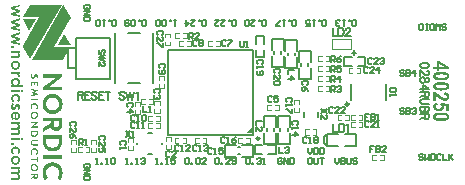
<source format=gto>
G04 Layer_Color=65535*
%FSLAX24Y24*%
%MOIN*%
G70*
G01*
G75*
%ADD10C,0.0079*%
%ADD15C,0.0060*%
%ADD39C,0.0098*%
%ADD41C,0.0059*%
%ADD42C,0.0050*%
%ADD60C,0.0049*%
G36*
X987Y-1629D02*
X846D01*
X845Y-1629D01*
X836Y-1630D01*
X829Y-1631D01*
X823Y-1633D01*
X817Y-1635D01*
X812Y-1638D01*
X808Y-1641D01*
X803Y-1645D01*
X797Y-1653D01*
X795Y-1658D01*
X792Y-1663D01*
X791Y-1670D01*
X790Y-1675D01*
X790Y-1680D01*
X790Y-1686D01*
X791Y-1691D01*
X792Y-1697D01*
X794Y-1703D01*
X796Y-1708D01*
X799Y-1712D01*
X806Y-1720D01*
X811Y-1723D01*
X816Y-1727D01*
X823Y-1729D01*
X828Y-1731D01*
X834Y-1732D01*
X842Y-1733D01*
X846Y-1733D01*
X987D01*
Y-1779D01*
X843D01*
X838Y-1779D01*
X832Y-1778D01*
X826Y-1778D01*
X818Y-1776D01*
X810Y-1774D01*
X805Y-1773D01*
X798Y-1770D01*
X792Y-1767D01*
X785Y-1763D01*
X779Y-1760D01*
X774Y-1755D01*
X764Y-1745D01*
X761Y-1740D01*
X758Y-1736D01*
X755Y-1730D01*
X754Y-1727D01*
X751Y-1720D01*
X749Y-1713D01*
X748Y-1707D01*
X747Y-1700D01*
X746Y-1694D01*
X745Y-1688D01*
X745Y-1682D01*
X745Y-1673D01*
X746Y-1667D01*
X747Y-1660D01*
X748Y-1654D01*
X749Y-1648D01*
X751Y-1642D01*
X754Y-1636D01*
X757Y-1629D01*
X760Y-1623D01*
X767Y-1614D01*
X777Y-1604D01*
X785Y-1598D01*
X789Y-1596D01*
X794Y-1593D01*
X800Y-1591D01*
X807Y-1588D01*
X814Y-1587D01*
X823Y-1585D01*
X830Y-1584D01*
X836Y-1584D01*
X843Y-1584D01*
X987D01*
X987Y-1629D01*
D02*
G37*
G36*
X174Y-1751D02*
X100D01*
Y-1680D01*
X174D01*
Y-1751D01*
D02*
G37*
G36*
X489Y-1593D02*
X427D01*
Y-1523D01*
X489D01*
Y-1593D01*
D02*
G37*
G36*
X875Y-1869D02*
X878Y-1869D01*
X885Y-1869D01*
X890Y-1870D01*
X895Y-1871D01*
X901Y-1872D01*
X911Y-1875D01*
X916Y-1877D01*
X921Y-1879D01*
X926Y-1881D01*
X933Y-1885D01*
X937Y-1887D01*
X943Y-1891D01*
X955Y-1901D01*
X962Y-1909D01*
X965Y-1912D01*
X968Y-1916D01*
X971Y-1922D01*
X975Y-1927D01*
X977Y-1931D01*
X979Y-1936D01*
X981Y-1940D01*
X983Y-1945D01*
X985Y-1951D01*
X986Y-1955D01*
X987Y-1959D01*
X989Y-1964D01*
X990Y-1970D01*
X991Y-1978D01*
X991Y-1985D01*
X992Y-1996D01*
X992Y-2004D01*
X991Y-2011D01*
X990Y-2020D01*
X989Y-2029D01*
X986Y-2040D01*
X982Y-2050D01*
X978Y-2060D01*
X977Y-2062D01*
X973Y-2069D01*
X970Y-2074D01*
X966Y-2081D01*
X928Y-2056D01*
X929Y-2054D01*
X932Y-2050D01*
X934Y-2046D01*
X936Y-2042D01*
X938Y-2039D01*
X940Y-2034D01*
X943Y-2027D01*
X944Y-2021D01*
X947Y-2010D01*
X947Y-2001D01*
X947Y-1998D01*
X947Y-1992D01*
X947Y-1985D01*
X946Y-1980D01*
X945Y-1975D01*
X944Y-1969D01*
X942Y-1964D01*
X939Y-1958D01*
X935Y-1951D01*
X932Y-1946D01*
X928Y-1941D01*
X921Y-1934D01*
X913Y-1928D01*
X906Y-1924D01*
X903Y-1923D01*
X898Y-1921D01*
X892Y-1919D01*
X887Y-1918D01*
X881Y-1917D01*
X877Y-1916D01*
X871Y-1916D01*
X866Y-1916D01*
X861Y-1916D01*
X854Y-1917D01*
X849Y-1918D01*
X841Y-1920D01*
X834Y-1923D01*
X829Y-1925D01*
X821Y-1930D01*
X813Y-1936D01*
X806Y-1945D01*
X801Y-1951D01*
X800Y-1953D01*
X797Y-1958D01*
X795Y-1963D01*
X794Y-1967D01*
X792Y-1974D01*
X791Y-1978D01*
X790Y-1985D01*
X789Y-1990D01*
X789Y-1998D01*
X790Y-2005D01*
X790Y-2011D01*
X793Y-2022D01*
X794Y-2025D01*
X794Y-2028D01*
X797Y-2034D01*
X799Y-2038D01*
X801Y-2042D01*
X804Y-2048D01*
X806Y-2051D01*
X809Y-2056D01*
X771Y-2081D01*
X769Y-2078D01*
X766Y-2073D01*
X761Y-2064D01*
X757Y-2056D01*
X753Y-2047D01*
X750Y-2037D01*
X749Y-2034D01*
X748Y-2029D01*
X747Y-2023D01*
X746Y-2016D01*
X745Y-2008D01*
X745Y-2001D01*
X745Y-1994D01*
X745Y-1989D01*
X745Y-1983D01*
X746Y-1975D01*
X747Y-1968D01*
X748Y-1962D01*
X750Y-1955D01*
X752Y-1951D01*
X754Y-1945D01*
X756Y-1938D01*
X759Y-1932D01*
X763Y-1925D01*
X769Y-1917D01*
X774Y-1910D01*
X778Y-1905D01*
X786Y-1897D01*
X793Y-1891D01*
X801Y-1886D01*
X805Y-1884D01*
X809Y-1882D01*
X812Y-1881D01*
X817Y-1878D01*
X824Y-1875D01*
X833Y-1873D01*
X841Y-1871D01*
X848Y-1870D01*
X853Y-1869D01*
X860Y-1869D01*
X865Y-1869D01*
X870Y-1869D01*
X875Y-1869D01*
D02*
G37*
G36*
X249Y-1810D02*
X259Y-1811D01*
X264Y-1812D01*
X271Y-1813D01*
X279Y-1815D01*
X285Y-1817D01*
X291Y-1818D01*
X296Y-1820D01*
X303Y-1823D01*
X310Y-1827D01*
X315Y-1829D01*
X321Y-1833D01*
X327Y-1837D01*
X333Y-1841D01*
X338Y-1845D01*
X344Y-1850D01*
X348Y-1855D01*
X354Y-1861D01*
X359Y-1867D01*
X363Y-1872D01*
X367Y-1878D01*
X371Y-1885D01*
X374Y-1892D01*
X377Y-1897D01*
X379Y-1902D01*
X382Y-1909D01*
X384Y-1917D01*
X386Y-1924D01*
X387Y-1929D01*
X389Y-1939D01*
X389Y-1947D01*
X390Y-1951D01*
X390Y-1959D01*
X390Y-1968D01*
X389Y-1974D01*
X388Y-1982D01*
X387Y-1991D01*
X386Y-1995D01*
X385Y-2001D01*
X382Y-2010D01*
X379Y-2019D01*
X375Y-2027D01*
X371Y-2035D01*
X369Y-2038D01*
X368Y-2040D01*
X366Y-2043D01*
X364Y-2046D01*
X362Y-2048D01*
X360Y-2051D01*
X357Y-2054D01*
X356Y-2056D01*
X353Y-2059D01*
X350Y-2062D01*
X345Y-2067D01*
X341Y-2072D01*
X297Y-2031D01*
X299Y-2029D01*
X302Y-2026D01*
X304Y-2024D01*
X306Y-2022D01*
X308Y-2019D01*
X312Y-2016D01*
X314Y-2012D01*
X317Y-2008D01*
X320Y-2004D01*
X322Y-2000D01*
X324Y-1996D01*
X325Y-1994D01*
X327Y-1990D01*
X329Y-1985D01*
X330Y-1981D01*
X330Y-1979D01*
X331Y-1974D01*
X332Y-1968D01*
X333Y-1962D01*
X333Y-1958D01*
X333Y-1953D01*
X332Y-1948D01*
X332Y-1945D01*
X331Y-1941D01*
X330Y-1937D01*
X329Y-1933D01*
X327Y-1928D01*
X325Y-1923D01*
X322Y-1918D01*
X320Y-1915D01*
X316Y-1910D01*
X314Y-1907D01*
X311Y-1903D01*
X307Y-1899D01*
X302Y-1896D01*
X298Y-1892D01*
X296Y-1891D01*
X291Y-1888D01*
X285Y-1885D01*
X279Y-1882D01*
X276Y-1881D01*
X273Y-1880D01*
X269Y-1879D01*
X265Y-1878D01*
X261Y-1877D01*
X257Y-1876D01*
X253Y-1876D01*
X250Y-1876D01*
X246Y-1875D01*
X241Y-1875D01*
X236Y-1875D01*
X231Y-1876D01*
X226Y-1876D01*
X221Y-1877D01*
X216Y-1878D01*
X211Y-1880D01*
X207Y-1881D01*
X202Y-1883D01*
X197Y-1885D01*
X192Y-1888D01*
X188Y-1891D01*
X185Y-1892D01*
X183Y-1894D01*
X181Y-1896D01*
X178Y-1898D01*
X176Y-1900D01*
X173Y-1902D01*
X171Y-1905D01*
X167Y-1909D01*
X165Y-1913D01*
X163Y-1916D01*
X160Y-1921D01*
X158Y-1925D01*
X156Y-1931D01*
X154Y-1935D01*
X153Y-1938D01*
X152Y-1943D01*
X151Y-1947D01*
X151Y-1951D01*
X150Y-1956D01*
X150Y-1959D01*
X150Y-1965D01*
X151Y-1970D01*
X151Y-1974D01*
X152Y-1978D01*
X153Y-1981D01*
X154Y-1986D01*
X156Y-1992D01*
X157Y-1995D01*
X159Y-2000D01*
X162Y-2005D01*
X165Y-2009D01*
X168Y-2014D01*
X170Y-2017D01*
X174Y-2022D01*
X176Y-2025D01*
X179Y-2028D01*
X183Y-2032D01*
X185Y-2034D01*
X147Y-2073D01*
X144Y-2071D01*
X141Y-2068D01*
X137Y-2064D01*
X132Y-2059D01*
X129Y-2055D01*
X125Y-2051D01*
X121Y-2045D01*
X117Y-2041D01*
X115Y-2037D01*
X112Y-2032D01*
X108Y-2026D01*
X106Y-2022D01*
X104Y-2017D01*
X102Y-2011D01*
X100Y-2006D01*
X99Y-2001D01*
X98Y-1998D01*
X96Y-1991D01*
X95Y-1986D01*
X95Y-1980D01*
X94Y-1975D01*
X94Y-1968D01*
X93Y-1964D01*
X93Y-1959D01*
X93Y-1953D01*
X93Y-1950D01*
X94Y-1942D01*
X94Y-1938D01*
X95Y-1933D01*
X96Y-1928D01*
X97Y-1923D01*
X99Y-1917D01*
X101Y-1909D01*
X104Y-1900D01*
X109Y-1891D01*
X112Y-1884D01*
X116Y-1878D01*
X120Y-1872D01*
X124Y-1866D01*
X129Y-1860D01*
X134Y-1854D01*
X139Y-1849D01*
X145Y-1844D01*
X151Y-1840D01*
X157Y-1836D01*
X162Y-1832D01*
X168Y-1828D01*
X175Y-1825D01*
X182Y-1822D01*
X190Y-1819D01*
X198Y-1816D01*
X203Y-1815D01*
X213Y-1813D01*
X221Y-1811D01*
X228Y-1811D01*
X235Y-1810D01*
X241Y-1810D01*
X249Y-1810D01*
D02*
G37*
G36*
X1794Y-1437D02*
X1794Y-1651D01*
X1794Y-1665D01*
X1793Y-1678D01*
X1792Y-1691D01*
X1790Y-1704D01*
X1787Y-1723D01*
X1784Y-1737D01*
X1781Y-1746D01*
X1780Y-1750D01*
X1778Y-1759D01*
X1775Y-1768D01*
X1771Y-1778D01*
X1768Y-1787D01*
X1764Y-1797D01*
X1757Y-1812D01*
X1751Y-1822D01*
X1748Y-1828D01*
X1745Y-1833D01*
X1737Y-1845D01*
X1732Y-1852D01*
X1727Y-1859D01*
X1721Y-1867D01*
X1713Y-1876D01*
X1700Y-1889D01*
X1689Y-1900D01*
X1679Y-1908D01*
X1667Y-1917D01*
X1656Y-1924D01*
X1646Y-1931D01*
X1630Y-1939D01*
X1617Y-1945D01*
X1605Y-1950D01*
X1595Y-1954D01*
X1580Y-1959D01*
X1571Y-1962D01*
X1558Y-1965D01*
X1545Y-1968D01*
X1533Y-1970D01*
X1521Y-1971D01*
X1513Y-1972D01*
X1501Y-1973D01*
X1493Y-1973D01*
X1482Y-1974D01*
X1470Y-1974D01*
X1460Y-1974D01*
X1449Y-1973D01*
X1441Y-1972D01*
X1429Y-1971D01*
X1417Y-1970D01*
X1405Y-1968D01*
X1393Y-1965D01*
X1388Y-1964D01*
X1380Y-1962D01*
X1370Y-1959D01*
X1356Y-1955D01*
X1346Y-1951D01*
X1335Y-1946D01*
X1322Y-1941D01*
X1315Y-1937D01*
X1298Y-1928D01*
X1287Y-1920D01*
X1275Y-1911D01*
X1263Y-1902D01*
X1251Y-1892D01*
X1238Y-1878D01*
X1232Y-1871D01*
X1219Y-1855D01*
X1210Y-1842D01*
X1203Y-1830D01*
X1196Y-1819D01*
X1191Y-1808D01*
X1186Y-1798D01*
X1182Y-1788D01*
X1178Y-1779D01*
X1175Y-1769D01*
X1171Y-1755D01*
X1167Y-1742D01*
X1164Y-1728D01*
X1162Y-1718D01*
X1160Y-1709D01*
X1156Y-1678D01*
X1155Y-1655D01*
X1155Y-1641D01*
Y-1437D01*
X1794Y-1437D01*
D02*
G37*
G36*
X384Y-1591D02*
X100Y-1591D01*
Y-1526D01*
X384D01*
Y-1591D01*
D02*
G37*
G36*
X1794Y-1090D02*
X1794Y-1100D01*
X1794Y-1111D01*
X1793Y-1121D01*
X1791Y-1135D01*
X1789Y-1145D01*
X1786Y-1157D01*
X1784Y-1164D01*
X1780Y-1176D01*
X1775Y-1189D01*
X1770Y-1200D01*
X1765Y-1209D01*
X1761Y-1216D01*
X1756Y-1223D01*
X1749Y-1232D01*
X1744Y-1237D01*
X1737Y-1245D01*
X1729Y-1252D01*
X1722Y-1258D01*
X1710Y-1267D01*
X1698Y-1274D01*
X1689Y-1278D01*
X1682Y-1281D01*
X1675Y-1284D01*
X1668Y-1286D01*
X1662Y-1288D01*
X1653Y-1291D01*
X1645Y-1292D01*
X1637Y-1294D01*
X1632Y-1295D01*
X1621Y-1296D01*
X1613Y-1296D01*
X1606Y-1297D01*
X1598Y-1297D01*
X1590Y-1296D01*
X1578Y-1296D01*
X1567Y-1294D01*
X1556Y-1292D01*
X1548Y-1290D01*
X1542Y-1289D01*
X1535Y-1287D01*
X1529Y-1285D01*
X1518Y-1280D01*
X1510Y-1277D01*
X1501Y-1272D01*
X1495Y-1268D01*
X1487Y-1263D01*
X1479Y-1256D01*
X1470Y-1249D01*
X1465Y-1245D01*
X1457Y-1235D01*
X1450Y-1226D01*
X1444Y-1218D01*
X1438Y-1208D01*
X1435Y-1202D01*
X1430Y-1193D01*
X1427Y-1185D01*
X1423Y-1175D01*
X1421Y-1168D01*
X1419Y-1161D01*
X1417Y-1153D01*
X1415Y-1147D01*
X1155Y-1336D01*
Y-1189D01*
X1410Y-1015D01*
Y-971D01*
X1155D01*
Y-854D01*
X1794D01*
Y-1090D01*
D02*
G37*
G36*
X986Y-1029D02*
X823Y-1144D01*
X986D01*
Y-1187D01*
X749D01*
Y-1147D01*
X912Y-1032D01*
X749Y-1032D01*
Y-989D01*
X986D01*
Y-1029D01*
D02*
G37*
G36*
X247Y-654D02*
X252Y-654D01*
X258Y-655D01*
X260Y-655D01*
X263Y-655D01*
X268Y-656D01*
X274Y-657D01*
X279Y-658D01*
X285Y-660D01*
X290Y-661D01*
X295Y-663D01*
X300Y-665D01*
X305Y-667D01*
X310Y-669D01*
X314Y-671D01*
X319Y-673D01*
X323Y-676D01*
X327Y-679D01*
X332Y-682D01*
X336Y-685D01*
X340Y-688D01*
X342Y-689D01*
X344Y-691D01*
X346Y-693D01*
X349Y-695D01*
X351Y-697D01*
X353Y-700D01*
X355Y-702D01*
X357Y-704D01*
X360Y-708D01*
X362Y-710D01*
X364Y-713D01*
X366Y-716D01*
X368Y-718D01*
X370Y-722D01*
X372Y-725D01*
X374Y-728D01*
X376Y-732D01*
X377Y-735D01*
X378Y-738D01*
X380Y-741D01*
X381Y-745D01*
X382Y-748D01*
X384Y-751D01*
X385Y-755D01*
X386Y-761D01*
X387Y-766D01*
X388Y-770D01*
X389Y-774D01*
X389Y-778D01*
X389Y-781D01*
X390Y-787D01*
X390Y-792D01*
X390Y-797D01*
X390Y-802D01*
X389Y-806D01*
X389Y-811D01*
X388Y-815D01*
X387Y-820D01*
X386Y-827D01*
X385Y-831D01*
X384Y-835D01*
X383Y-839D01*
X381Y-844D01*
X380Y-846D01*
X379Y-849D01*
X377Y-852D01*
X375Y-856D01*
X374Y-858D01*
X372Y-862D01*
X369Y-867D01*
X367Y-871D01*
X364Y-874D01*
X362Y-877D01*
X359Y-880D01*
X356Y-884D01*
X353Y-886D01*
X351Y-889D01*
X349Y-891D01*
X347Y-893D01*
X343Y-896D01*
X339Y-899D01*
X335Y-902D01*
X331Y-904D01*
X328Y-906D01*
X325Y-908D01*
X319Y-911D01*
X316Y-913D01*
X312Y-914D01*
X308Y-916D01*
X305Y-917D01*
X301Y-919D01*
X297Y-920D01*
X293Y-921D01*
X290Y-922D01*
X287Y-923D01*
X283Y-924D01*
X279Y-925D01*
X274Y-926D01*
X270Y-927D01*
X265Y-927D01*
X262Y-928D01*
X257Y-928D01*
X253Y-928D01*
X249Y-929D01*
X246Y-929D01*
X243Y-929D01*
X240Y-929D01*
X235Y-929D01*
X231Y-929D01*
X226Y-929D01*
X222Y-928D01*
X219Y-928D01*
Y-719D01*
X217Y-720D01*
X213Y-720D01*
X211Y-721D01*
X207Y-722D01*
X204Y-723D01*
X201Y-723D01*
X197Y-725D01*
X194Y-726D01*
X190Y-728D01*
X186Y-730D01*
X182Y-733D01*
X179Y-735D01*
X176Y-737D01*
X171Y-741D01*
X168Y-744D01*
X166Y-746D01*
X164Y-749D01*
X161Y-752D01*
X158Y-756D01*
X157Y-759D01*
X155Y-763D01*
X154Y-765D01*
X152Y-769D01*
X151Y-772D01*
X150Y-775D01*
X149Y-779D01*
X148Y-783D01*
X148Y-786D01*
X147Y-790D01*
X147Y-794D01*
X147Y-796D01*
X147Y-800D01*
X147Y-803D01*
X147Y-806D01*
X147Y-810D01*
X147Y-813D01*
X148Y-817D01*
X148Y-821D01*
X149Y-824D01*
X149Y-826D01*
X150Y-830D01*
X152Y-834D01*
X153Y-838D01*
X155Y-842D01*
X157Y-846D01*
X159Y-851D01*
X161Y-853D01*
X162Y-855D01*
X163Y-857D01*
X165Y-860D01*
X168Y-864D01*
X170Y-867D01*
X173Y-870D01*
X176Y-873D01*
X179Y-876D01*
X180Y-878D01*
X147Y-916D01*
X143Y-913D01*
X140Y-910D01*
X137Y-907D01*
X133Y-904D01*
X129Y-900D01*
X127Y-897D01*
X124Y-893D01*
X121Y-889D01*
X119Y-886D01*
X117Y-883D01*
X114Y-879D01*
X113Y-877D01*
X111Y-873D01*
X109Y-869D01*
X107Y-866D01*
X105Y-861D01*
X103Y-857D01*
X102Y-854D01*
X100Y-848D01*
X99Y-843D01*
X97Y-837D01*
X96Y-833D01*
X95Y-828D01*
X95Y-822D01*
X94Y-817D01*
X94Y-813D01*
X94Y-810D01*
X93Y-806D01*
X93Y-802D01*
X93Y-797D01*
X93Y-794D01*
X94Y-790D01*
X94Y-787D01*
X94Y-784D01*
X94Y-781D01*
X95Y-777D01*
X95Y-774D01*
X96Y-770D01*
X97Y-767D01*
X98Y-763D01*
X98Y-759D01*
X100Y-755D01*
X101Y-751D01*
X102Y-747D01*
X104Y-743D01*
X106Y-738D01*
X107Y-735D01*
X109Y-731D01*
X111Y-728D01*
X112Y-725D01*
X114Y-722D01*
X117Y-718D01*
X119Y-715D01*
X121Y-711D01*
X123Y-708D01*
X126Y-706D01*
X128Y-702D01*
X131Y-700D01*
X133Y-698D01*
X136Y-695D01*
X139Y-692D01*
X141Y-690D01*
X144Y-687D01*
X147Y-685D01*
X150Y-683D01*
X152Y-681D01*
X155Y-679D01*
X158Y-677D01*
X161Y-675D01*
X167Y-672D01*
X171Y-669D01*
X176Y-667D01*
X180Y-666D01*
X183Y-664D01*
X187Y-663D01*
X190Y-662D01*
X193Y-661D01*
X197Y-660D01*
X200Y-659D01*
X203Y-658D01*
X208Y-657D01*
X216Y-656D01*
X222Y-655D01*
X227Y-655D01*
X229Y-655D01*
X232Y-654D01*
X234Y-654D01*
X239Y-654D01*
X242Y-654D01*
X247Y-654D01*
D02*
G37*
G36*
X987Y-1370D02*
X987Y-1377D01*
X986Y-1384D01*
X985Y-1392D01*
X984Y-1397D01*
X983Y-1402D01*
X982Y-1408D01*
X980Y-1414D01*
X979Y-1419D01*
X977Y-1423D01*
X974Y-1432D01*
X971Y-1437D01*
X968Y-1441D01*
X964Y-1448D01*
X959Y-1454D01*
X956Y-1457D01*
X952Y-1462D01*
X943Y-1470D01*
X935Y-1475D01*
X926Y-1481D01*
X921Y-1483D01*
X915Y-1485D01*
X909Y-1487D01*
X904Y-1489D01*
X898Y-1490D01*
X893Y-1491D01*
X884Y-1493D01*
X878Y-1493D01*
X870Y-1493D01*
X864Y-1493D01*
X857Y-1493D01*
X851Y-1492D01*
X844Y-1491D01*
X839Y-1491D01*
X830Y-1488D01*
X821Y-1485D01*
X814Y-1482D01*
X809Y-1480D01*
X803Y-1476D01*
X799Y-1473D01*
X787Y-1465D01*
X778Y-1455D01*
X770Y-1444D01*
X763Y-1432D01*
X759Y-1423D01*
X756Y-1413D01*
X754Y-1404D01*
X752Y-1396D01*
X751Y-1392D01*
X750Y-1382D01*
X750Y-1370D01*
Y-1295D01*
X987D01*
Y-1370D01*
D02*
G37*
G36*
X384Y-1068D02*
X341D01*
X344Y-1071D01*
X349Y-1074D01*
X352Y-1076D01*
X356Y-1080D01*
X360Y-1084D01*
X364Y-1088D01*
X369Y-1093D01*
X372Y-1097D01*
X375Y-1102D01*
X377Y-1106D01*
X379Y-1110D01*
X381Y-1114D01*
X383Y-1118D01*
X385Y-1122D01*
X387Y-1130D01*
X388Y-1136D01*
X389Y-1142D01*
X390Y-1149D01*
X390Y-1156D01*
X389Y-1162D01*
X389Y-1167D01*
X388Y-1172D01*
X387Y-1178D01*
X386Y-1185D01*
X385Y-1188D01*
X383Y-1193D01*
X381Y-1196D01*
X378Y-1204D01*
X375Y-1208D01*
X371Y-1214D01*
X368Y-1217D01*
X363Y-1223D01*
X359Y-1227D01*
X353Y-1231D01*
X350Y-1234D01*
X344Y-1237D01*
X340Y-1239D01*
X343Y-1242D01*
X347Y-1245D01*
X351Y-1249D01*
X355Y-1253D01*
X359Y-1256D01*
X362Y-1260D01*
X366Y-1265D01*
X369Y-1268D01*
X373Y-1274D01*
X375Y-1278D01*
X377Y-1281D01*
X379Y-1286D01*
X381Y-1290D01*
X384Y-1298D01*
X385Y-1301D01*
X387Y-1309D01*
X388Y-1313D01*
X389Y-1318D01*
X389Y-1322D01*
X389Y-1327D01*
X390Y-1335D01*
X390Y-1341D01*
X389Y-1346D01*
X389Y-1350D01*
X388Y-1354D01*
X388Y-1359D01*
X387Y-1363D01*
X385Y-1368D01*
X384Y-1372D01*
X382Y-1377D01*
X380Y-1382D01*
X378Y-1386D01*
X376Y-1390D01*
X374Y-1394D01*
X372Y-1397D01*
X367Y-1402D01*
X364Y-1406D01*
X360Y-1409D01*
X358Y-1411D01*
X355Y-1414D01*
X351Y-1417D01*
X348Y-1418D01*
X345Y-1420D01*
X338Y-1424D01*
X334Y-1426D01*
X326Y-1428D01*
X320Y-1430D01*
X316Y-1431D01*
X309Y-1432D01*
X303Y-1433D01*
X297Y-1434D01*
X289Y-1435D01*
X281Y-1435D01*
X100D01*
Y-1370D01*
X261D01*
X266Y-1370D01*
X270Y-1369D01*
X276Y-1369D01*
X280Y-1368D01*
X285Y-1367D01*
X291Y-1366D01*
X295Y-1365D01*
X299Y-1363D01*
X303Y-1361D01*
X307Y-1359D01*
X311Y-1356D01*
X314Y-1353D01*
X318Y-1350D01*
X320Y-1346D01*
X323Y-1343D01*
X325Y-1339D01*
X327Y-1335D01*
X328Y-1330D01*
X329Y-1326D01*
X330Y-1322D01*
X330Y-1317D01*
X331Y-1312D01*
X330Y-1305D01*
X330Y-1302D01*
X329Y-1298D01*
X328Y-1292D01*
X326Y-1287D01*
X324Y-1283D01*
X322Y-1279D01*
X318Y-1274D01*
X315Y-1271D01*
X312Y-1268D01*
X310Y-1266D01*
X307Y-1264D01*
X304Y-1262D01*
X300Y-1260D01*
X296Y-1258D01*
X291Y-1256D01*
X288Y-1255D01*
X284Y-1254D01*
X278Y-1253D01*
X273Y-1252D01*
X266Y-1251D01*
X260Y-1251D01*
X100D01*
Y-1186D01*
X263Y-1186D01*
X267Y-1186D01*
X272Y-1186D01*
X277Y-1185D01*
X282Y-1184D01*
X289Y-1183D01*
X294Y-1181D01*
X298Y-1180D01*
X301Y-1178D01*
X305Y-1177D01*
X309Y-1174D01*
X312Y-1171D01*
X315Y-1168D01*
X318Y-1165D01*
X321Y-1162D01*
X323Y-1159D01*
X324Y-1156D01*
X326Y-1152D01*
X328Y-1148D01*
X329Y-1142D01*
X330Y-1138D01*
X330Y-1133D01*
X331Y-1129D01*
X330Y-1124D01*
X330Y-1120D01*
X329Y-1115D01*
X328Y-1111D01*
X327Y-1108D01*
X325Y-1103D01*
X323Y-1099D01*
X321Y-1096D01*
X319Y-1092D01*
X316Y-1089D01*
X314Y-1087D01*
X311Y-1084D01*
X307Y-1081D01*
X303Y-1078D01*
X298Y-1076D01*
X294Y-1074D01*
X289Y-1072D01*
X285Y-1071D01*
X281Y-1070D01*
X279Y-1070D01*
X275Y-1069D01*
X271Y-1068D01*
X266Y-1068D01*
X260Y-1068D01*
X100D01*
Y-1003D01*
X384D01*
X384Y-1068D01*
D02*
G37*
G36*
X8128Y-1378D02*
X7931Y-1378D01*
X8128Y-1181D01*
Y-1378D01*
D02*
G37*
G36*
X14457Y337D02*
X14469Y336D01*
X14484Y335D01*
X14499Y334D01*
X14516Y333D01*
X14550Y328D01*
X14585Y321D01*
X14601Y316D01*
X14617Y311D01*
X14631Y306D01*
X14643Y299D01*
X14644Y298D01*
X14646Y297D01*
X14649Y294D01*
X14652Y292D01*
X14657Y287D01*
X14662Y283D01*
X14668Y277D01*
X14673Y271D01*
X14679Y264D01*
X14685Y257D01*
X14690Y248D01*
X14695Y239D01*
X14698Y229D01*
X14701Y219D01*
X14703Y208D01*
X14704Y197D01*
Y196D01*
Y194D01*
X14703Y190D01*
Y186D01*
X14702Y180D01*
X14700Y175D01*
X14699Y168D01*
X14696Y160D01*
X14693Y152D01*
X14689Y144D01*
X14684Y135D01*
X14678Y127D01*
X14671Y118D01*
X14663Y110D01*
X14654Y102D01*
X14643Y94D01*
X14642Y93D01*
X14640Y93D01*
X14637Y90D01*
X14631Y88D01*
X14625Y85D01*
X14616Y81D01*
X14606Y78D01*
X14594Y74D01*
X14581Y71D01*
X14565Y67D01*
X14548Y64D01*
X14528Y61D01*
X14508Y58D01*
X14484Y56D01*
X14459Y55D01*
X14432Y54D01*
X14418D01*
X14407Y55D01*
X14395Y56D01*
X14381Y57D01*
X14365Y58D01*
X14349Y59D01*
X14314Y64D01*
X14297Y67D01*
X14279Y71D01*
X14263Y76D01*
X14247Y81D01*
X14233Y87D01*
X14221Y94D01*
X14220Y95D01*
X14218Y96D01*
X14215Y98D01*
X14212Y101D01*
X14207Y105D01*
X14202Y110D01*
X14196Y115D01*
X14191Y122D01*
X14186Y128D01*
X14180Y136D01*
X14170Y154D01*
X14166Y163D01*
X14164Y173D01*
X14161Y185D01*
X14161Y196D01*
Y197D01*
Y199D01*
X14161Y202D01*
Y207D01*
X14163Y212D01*
X14164Y218D01*
X14166Y225D01*
X14169Y233D01*
X14171Y241D01*
X14176Y249D01*
X14180Y258D01*
X14186Y266D01*
X14193Y275D01*
X14200Y283D01*
X14210Y291D01*
X14220Y299D01*
X14221Y299D01*
X14223Y300D01*
X14227Y302D01*
X14232Y305D01*
X14239Y308D01*
X14247Y311D01*
X14258Y314D01*
X14269Y318D01*
X14283Y322D01*
X14299Y326D01*
X14316Y328D01*
X14335Y331D01*
X14357Y334D01*
X14380Y336D01*
X14405Y337D01*
X14433Y338D01*
X14447D01*
X14457Y337D01*
D02*
G37*
G36*
Y676D02*
X14469Y675D01*
X14484Y675D01*
X14499Y673D01*
X14516Y672D01*
X14550Y667D01*
X14585Y660D01*
X14601Y655D01*
X14617Y651D01*
X14631Y645D01*
X14643Y638D01*
X14644Y637D01*
X14646Y636D01*
X14649Y634D01*
X14652Y631D01*
X14657Y626D01*
X14662Y622D01*
X14668Y617D01*
X14673Y610D01*
X14679Y603D01*
X14685Y596D01*
X14690Y587D01*
X14695Y578D01*
X14698Y568D01*
X14701Y558D01*
X14703Y547D01*
X14704Y536D01*
Y535D01*
Y533D01*
X14703Y529D01*
Y525D01*
X14702Y520D01*
X14700Y514D01*
X14699Y507D01*
X14696Y499D01*
X14693Y491D01*
X14689Y483D01*
X14684Y474D01*
X14678Y466D01*
X14671Y457D01*
X14663Y449D01*
X14654Y441D01*
X14643Y433D01*
X14642Y432D01*
X14640Y432D01*
X14637Y430D01*
X14631Y427D01*
X14625Y424D01*
X14616Y420D01*
X14606Y417D01*
X14594Y413D01*
X14581Y410D01*
X14565Y406D01*
X14548Y403D01*
X14528Y400D01*
X14508Y397D01*
X14484Y395D01*
X14459Y394D01*
X14432Y394D01*
X14418D01*
X14407Y394D01*
X14395Y395D01*
X14381Y396D01*
X14365Y397D01*
X14349Y398D01*
X14314Y403D01*
X14297Y406D01*
X14279Y410D01*
X14263Y415D01*
X14247Y420D01*
X14233Y426D01*
X14221Y433D01*
X14220Y434D01*
X14218Y435D01*
X14215Y437D01*
X14212Y440D01*
X14207Y444D01*
X14202Y449D01*
X14196Y454D01*
X14191Y461D01*
X14186Y467D01*
X14180Y475D01*
X14170Y493D01*
X14166Y503D01*
X14164Y512D01*
X14161Y524D01*
X14161Y535D01*
Y536D01*
Y538D01*
X14161Y541D01*
Y546D01*
X14163Y551D01*
X14164Y557D01*
X14166Y564D01*
X14169Y572D01*
X14171Y580D01*
X14176Y588D01*
X14180Y597D01*
X14186Y605D01*
X14193Y614D01*
X14200Y622D01*
X14210Y630D01*
X14220Y638D01*
X14221Y638D01*
X14223Y639D01*
X14227Y641D01*
X14232Y644D01*
X14239Y647D01*
X14247Y650D01*
X14258Y653D01*
X14269Y657D01*
X14283Y661D01*
X14299Y665D01*
X14316Y667D01*
X14335Y670D01*
X14357Y673D01*
X14380Y675D01*
X14405Y676D01*
X14433Y677D01*
X14447D01*
X14457Y676D01*
D02*
G37*
G36*
X14704Y841D02*
Y770D01*
X14367D01*
Y716D01*
X14277D01*
Y770D01*
X14170D01*
Y851D01*
X14277D01*
Y1030D01*
X14366D01*
X14704Y841D01*
D02*
G37*
G36*
X14457Y-681D02*
X14469Y-681D01*
X14484Y-682D01*
X14499Y-683D01*
X14516Y-685D01*
X14550Y-689D01*
X14585Y-696D01*
X14601Y-701D01*
X14617Y-706D01*
X14631Y-712D01*
X14643Y-719D01*
X14644Y-719D01*
X14646Y-721D01*
X14649Y-723D01*
X14652Y-726D01*
X14657Y-730D01*
X14662Y-734D01*
X14668Y-740D01*
X14673Y-746D01*
X14679Y-753D01*
X14685Y-761D01*
X14690Y-769D01*
X14695Y-778D01*
X14698Y-788D01*
X14701Y-798D01*
X14703Y-809D01*
X14704Y-821D01*
Y-821D01*
Y-824D01*
X14703Y-827D01*
Y-831D01*
X14702Y-837D01*
X14700Y-843D01*
X14699Y-850D01*
X14696Y-858D01*
X14693Y-865D01*
X14689Y-874D01*
X14684Y-882D01*
X14678Y-891D01*
X14671Y-899D01*
X14663Y-908D01*
X14654Y-916D01*
X14643Y-923D01*
X14642Y-924D01*
X14640Y-925D01*
X14637Y-927D01*
X14631Y-930D01*
X14625Y-933D01*
X14616Y-936D01*
X14606Y-940D01*
X14594Y-943D01*
X14581Y-947D01*
X14565Y-950D01*
X14548Y-954D01*
X14528Y-957D01*
X14508Y-959D01*
X14484Y-962D01*
X14459Y-962D01*
X14432Y-963D01*
X14418D01*
X14407Y-962D01*
X14395Y-962D01*
X14381Y-961D01*
X14365Y-959D01*
X14349Y-958D01*
X14314Y-953D01*
X14297Y-950D01*
X14279Y-946D01*
X14263Y-942D01*
X14247Y-937D01*
X14233Y-930D01*
X14221Y-923D01*
X14220Y-923D01*
X14218Y-921D01*
X14215Y-919D01*
X14212Y-916D01*
X14207Y-913D01*
X14202Y-908D01*
X14196Y-902D01*
X14191Y-896D01*
X14186Y-889D01*
X14180Y-882D01*
X14170Y-864D01*
X14166Y-854D01*
X14164Y-844D01*
X14161Y-833D01*
X14161Y-821D01*
Y-821D01*
Y-819D01*
X14161Y-815D01*
Y-811D01*
X14163Y-805D01*
X14164Y-799D01*
X14166Y-792D01*
X14169Y-785D01*
X14171Y-777D01*
X14176Y-768D01*
X14180Y-760D01*
X14186Y-751D01*
X14193Y-743D01*
X14200Y-734D01*
X14210Y-727D01*
X14220Y-719D01*
X14221Y-718D01*
X14223Y-717D01*
X14227Y-715D01*
X14232Y-712D01*
X14239Y-710D01*
X14247Y-707D01*
X14258Y-703D01*
X14269Y-700D01*
X14283Y-695D01*
X14299Y-692D01*
X14316Y-689D01*
X14335Y-686D01*
X14357Y-683D01*
X14380Y-681D01*
X14405Y-681D01*
X14433Y-680D01*
X14447D01*
X14457Y-681D01*
D02*
G37*
G36*
X14318Y-426D02*
X14317D01*
X14312Y-426D01*
X14306Y-428D01*
X14298Y-429D01*
X14289Y-432D01*
X14280Y-436D01*
X14271Y-441D01*
X14263Y-447D01*
X14262Y-448D01*
X14260Y-450D01*
X14256Y-454D01*
X14253Y-459D01*
X14249Y-465D01*
X14246Y-472D01*
X14244Y-479D01*
X14243Y-487D01*
Y-488D01*
X14244Y-491D01*
X14244Y-496D01*
X14246Y-502D01*
X14249Y-509D01*
X14254Y-516D01*
X14259Y-524D01*
X14268Y-531D01*
X14269Y-532D01*
X14273Y-534D01*
X14278Y-538D01*
X14287Y-541D01*
X14298Y-544D01*
X14312Y-547D01*
X14327Y-550D01*
X14346Y-550D01*
X14354D01*
X14358Y-550D01*
X14363D01*
X14373Y-548D01*
X14385Y-546D01*
X14397Y-542D01*
X14409Y-538D01*
X14419Y-532D01*
X14420Y-531D01*
X14423Y-528D01*
X14427Y-525D01*
X14431Y-519D01*
X14435Y-512D01*
X14440Y-504D01*
X14443Y-495D01*
X14443Y-484D01*
Y-484D01*
Y-483D01*
Y-481D01*
X14443Y-478D01*
X14441Y-472D01*
X14438Y-463D01*
X14434Y-453D01*
X14427Y-442D01*
X14423Y-436D01*
X14417Y-431D01*
X14411Y-426D01*
X14404Y-420D01*
X14416Y-352D01*
X14695Y-395D01*
Y-616D01*
X14599D01*
Y-459D01*
X14508Y-445D01*
X14509Y-446D01*
X14511Y-450D01*
X14514Y-455D01*
X14517Y-462D01*
X14520Y-471D01*
X14523Y-481D01*
X14525Y-491D01*
X14525Y-502D01*
Y-503D01*
Y-504D01*
Y-507D01*
X14525Y-511D01*
X14524Y-516D01*
X14523Y-521D01*
X14520Y-533D01*
X14516Y-546D01*
X14512Y-554D01*
X14508Y-561D01*
X14503Y-569D01*
X14498Y-576D01*
X14491Y-583D01*
X14484Y-590D01*
X14484Y-591D01*
X14482Y-592D01*
X14479Y-594D01*
X14475Y-597D01*
X14469Y-601D01*
X14464Y-605D01*
X14456Y-608D01*
X14448Y-613D01*
X14438Y-618D01*
X14428Y-621D01*
X14417Y-625D01*
X14405Y-629D01*
X14392Y-632D01*
X14378Y-634D01*
X14363Y-635D01*
X14348Y-636D01*
X14341D01*
X14336Y-635D01*
X14330Y-635D01*
X14322Y-634D01*
X14314Y-632D01*
X14305Y-631D01*
X14285Y-627D01*
X14263Y-620D01*
X14253Y-615D01*
X14242Y-610D01*
X14230Y-604D01*
X14219Y-597D01*
X14218Y-596D01*
X14217Y-595D01*
X14213Y-593D01*
X14210Y-590D01*
X14205Y-586D01*
X14200Y-581D01*
X14195Y-575D01*
X14190Y-569D01*
X14184Y-561D01*
X14179Y-553D01*
X14174Y-544D01*
X14170Y-534D01*
X14166Y-523D01*
X14164Y-511D01*
X14161Y-499D01*
X14161Y-486D01*
Y-485D01*
Y-483D01*
Y-480D01*
X14161Y-476D01*
X14162Y-471D01*
X14163Y-465D01*
X14166Y-452D01*
X14170Y-437D01*
X14176Y-421D01*
X14181Y-412D01*
X14186Y-404D01*
X14192Y-397D01*
X14198Y-389D01*
X14199Y-388D01*
X14200Y-387D01*
X14203Y-385D01*
X14205Y-382D01*
X14210Y-380D01*
X14214Y-376D01*
X14220Y-373D01*
X14227Y-368D01*
X14234Y-364D01*
X14242Y-361D01*
X14251Y-356D01*
X14261Y-353D01*
X14271Y-349D01*
X14283Y-346D01*
X14295Y-344D01*
X14307Y-342D01*
X14318Y-426D01*
D02*
G37*
G36*
X14175Y8D02*
X14179Y7D01*
X14184D01*
X14189Y6D01*
X14195Y5D01*
X14203Y3D01*
X14218Y-0D01*
X14235Y-5D01*
X14253Y-12D01*
X14271Y-20D01*
X14272D01*
X14273Y-21D01*
X14276Y-23D01*
X14280Y-25D01*
X14285Y-28D01*
X14291Y-31D01*
X14297Y-36D01*
X14305Y-41D01*
X14314Y-47D01*
X14324Y-53D01*
X14334Y-61D01*
X14346Y-70D01*
X14358Y-79D01*
X14370Y-90D01*
X14385Y-101D01*
X14399Y-114D01*
X14399Y-115D01*
X14402Y-116D01*
X14404Y-119D01*
X14409Y-123D01*
X14414Y-128D01*
X14420Y-133D01*
X14433Y-143D01*
X14447Y-155D01*
X14461Y-166D01*
X14467Y-171D01*
X14474Y-176D01*
X14479Y-179D01*
X14484Y-182D01*
X14484D01*
X14485Y-183D01*
X14489Y-185D01*
X14496Y-188D01*
X14504Y-192D01*
X14514Y-195D01*
X14525Y-198D01*
X14537Y-201D01*
X14549Y-201D01*
X14554D01*
X14561Y-201D01*
X14569Y-199D01*
X14577Y-197D01*
X14586Y-194D01*
X14594Y-191D01*
X14601Y-185D01*
X14602Y-184D01*
X14604Y-182D01*
X14607Y-179D01*
X14610Y-174D01*
X14614Y-168D01*
X14617Y-161D01*
X14619Y-153D01*
X14620Y-144D01*
Y-143D01*
Y-142D01*
X14619Y-139D01*
X14618Y-135D01*
X14617Y-131D01*
X14615Y-126D01*
X14612Y-121D01*
X14609Y-116D01*
X14605Y-111D01*
X14599Y-105D01*
X14593Y-100D01*
X14585Y-96D01*
X14575Y-91D01*
X14564Y-88D01*
X14552Y-86D01*
X14537Y-84D01*
X14547Y-2D01*
X14548D01*
X14551Y-2D01*
X14555D01*
X14561Y-3D01*
X14567Y-4D01*
X14575Y-6D01*
X14583Y-8D01*
X14593Y-10D01*
X14612Y-16D01*
X14632Y-23D01*
X14650Y-33D01*
X14658Y-40D01*
X14666Y-46D01*
X14666Y-47D01*
X14667Y-48D01*
X14669Y-50D01*
X14671Y-53D01*
X14675Y-57D01*
X14678Y-61D01*
X14681Y-67D01*
X14685Y-73D01*
X14688Y-79D01*
X14692Y-87D01*
X14698Y-104D01*
X14702Y-124D01*
X14703Y-135D01*
X14704Y-146D01*
Y-147D01*
Y-149D01*
Y-152D01*
X14703Y-157D01*
X14702Y-163D01*
X14702Y-169D01*
X14698Y-185D01*
X14693Y-201D01*
X14690Y-210D01*
X14685Y-219D01*
X14680Y-227D01*
X14674Y-235D01*
X14667Y-242D01*
X14659Y-249D01*
X14659Y-250D01*
X14657Y-251D01*
X14655Y-253D01*
X14651Y-255D01*
X14647Y-258D01*
X14642Y-261D01*
X14637Y-264D01*
X14629Y-267D01*
X14615Y-273D01*
X14597Y-279D01*
X14578Y-283D01*
X14567Y-284D01*
X14557Y-285D01*
X14551D01*
X14545Y-284D01*
X14537Y-283D01*
X14527Y-283D01*
X14516Y-281D01*
X14505Y-278D01*
X14494Y-276D01*
X14492Y-275D01*
X14489Y-274D01*
X14482Y-272D01*
X14474Y-268D01*
X14465Y-265D01*
X14455Y-260D01*
X14443Y-254D01*
X14432Y-248D01*
X14431Y-247D01*
X14426Y-244D01*
X14420Y-240D01*
X14411Y-233D01*
X14399Y-225D01*
X14385Y-214D01*
X14370Y-201D01*
X14353Y-186D01*
X14352Y-186D01*
X14351Y-185D01*
X14348Y-183D01*
X14346Y-180D01*
X14338Y-173D01*
X14328Y-165D01*
X14318Y-156D01*
X14308Y-148D01*
X14300Y-140D01*
X14295Y-137D01*
X14292Y-135D01*
X14292Y-135D01*
X14290Y-134D01*
X14288Y-132D01*
X14284Y-129D01*
X14275Y-124D01*
X14265Y-118D01*
Y-285D01*
X14170D01*
Y8D01*
X14172D01*
X14175Y8D01*
D02*
G37*
G36*
X384Y-2560D02*
X341D01*
X344Y-2562D01*
X349Y-2566D01*
X352Y-2568D01*
X356Y-2572D01*
X360Y-2576D01*
X364Y-2580D01*
X369Y-2585D01*
X372Y-2589D01*
X375Y-2594D01*
X377Y-2598D01*
X379Y-2602D01*
X381Y-2606D01*
X383Y-2610D01*
X385Y-2614D01*
X387Y-2622D01*
X388Y-2627D01*
X389Y-2634D01*
X390Y-2641D01*
X390Y-2648D01*
X389Y-2654D01*
X389Y-2658D01*
X388Y-2664D01*
X387Y-2670D01*
X386Y-2677D01*
X385Y-2680D01*
X383Y-2685D01*
X381Y-2688D01*
X378Y-2696D01*
X375Y-2700D01*
X371Y-2706D01*
X368Y-2709D01*
X363Y-2714D01*
X359Y-2719D01*
X353Y-2723D01*
X350Y-2725D01*
X344Y-2729D01*
X340Y-2731D01*
X343Y-2734D01*
X347Y-2737D01*
X351Y-2741D01*
X355Y-2744D01*
X359Y-2748D01*
X362Y-2752D01*
X366Y-2757D01*
X369Y-2760D01*
X373Y-2766D01*
X375Y-2770D01*
X377Y-2773D01*
X379Y-2778D01*
X381Y-2782D01*
X384Y-2790D01*
X385Y-2793D01*
X387Y-2801D01*
X388Y-2805D01*
X389Y-2810D01*
X389Y-2814D01*
X389Y-2819D01*
X390Y-2827D01*
X390Y-2833D01*
X389Y-2838D01*
X389Y-2842D01*
X388Y-2846D01*
X388Y-2851D01*
X387Y-2855D01*
X385Y-2860D01*
X384Y-2864D01*
X382Y-2869D01*
X380Y-2874D01*
X378Y-2878D01*
X376Y-2881D01*
X374Y-2886D01*
X372Y-2889D01*
X367Y-2894D01*
X364Y-2897D01*
X360Y-2901D01*
X358Y-2903D01*
X355Y-2905D01*
X351Y-2908D01*
X348Y-2910D01*
X345Y-2912D01*
X338Y-2915D01*
X334Y-2917D01*
X326Y-2920D01*
X320Y-2922D01*
X316Y-2923D01*
X309Y-2924D01*
X303Y-2925D01*
X297Y-2926D01*
X289Y-2926D01*
X281Y-2927D01*
X100D01*
Y-2862D01*
X261D01*
X266Y-2861D01*
X270Y-2861D01*
X276Y-2861D01*
X280Y-2860D01*
X285Y-2859D01*
X291Y-2858D01*
X295Y-2857D01*
X299Y-2855D01*
X303Y-2853D01*
X307Y-2850D01*
X311Y-2848D01*
X314Y-2845D01*
X318Y-2841D01*
X320Y-2838D01*
X323Y-2835D01*
X325Y-2831D01*
X327Y-2827D01*
X328Y-2822D01*
X329Y-2818D01*
X330Y-2814D01*
X330Y-2808D01*
X331Y-2804D01*
X330Y-2797D01*
X330Y-2793D01*
X329Y-2789D01*
X328Y-2784D01*
X326Y-2779D01*
X324Y-2775D01*
X322Y-2771D01*
X318Y-2766D01*
X315Y-2762D01*
X312Y-2760D01*
X310Y-2758D01*
X307Y-2756D01*
X304Y-2754D01*
X300Y-2752D01*
X296Y-2750D01*
X291Y-2748D01*
X288Y-2747D01*
X284Y-2746D01*
X278Y-2745D01*
X273Y-2744D01*
X266Y-2743D01*
X260Y-2743D01*
X100D01*
Y-2678D01*
X263Y-2678D01*
X267Y-2678D01*
X272Y-2678D01*
X277Y-2677D01*
X282Y-2676D01*
X289Y-2675D01*
X294Y-2673D01*
X298Y-2672D01*
X301Y-2670D01*
X305Y-2668D01*
X309Y-2666D01*
X312Y-2663D01*
X315Y-2660D01*
X318Y-2657D01*
X321Y-2654D01*
X323Y-2651D01*
X324Y-2648D01*
X326Y-2644D01*
X328Y-2640D01*
X329Y-2634D01*
X330Y-2629D01*
X330Y-2625D01*
X331Y-2620D01*
X330Y-2616D01*
X330Y-2612D01*
X329Y-2607D01*
X328Y-2603D01*
X327Y-2599D01*
X325Y-2595D01*
X323Y-2591D01*
X321Y-2588D01*
X319Y-2584D01*
X316Y-2581D01*
X314Y-2579D01*
X311Y-2576D01*
X307Y-2573D01*
X303Y-2570D01*
X298Y-2568D01*
X294Y-2566D01*
X289Y-2564D01*
X285Y-2563D01*
X281Y-2562D01*
X279Y-2561D01*
X275Y-2561D01*
X271Y-2560D01*
X266Y-2560D01*
X260Y-2560D01*
X100D01*
Y-2495D01*
X384D01*
Y-2560D01*
D02*
G37*
G36*
X241Y-2183D02*
X233Y-2183D01*
X227Y-2184D01*
X218Y-2185D01*
X209Y-2188D01*
X205Y-2190D01*
X199Y-2192D01*
X192Y-2196D01*
X185Y-2201D01*
X179Y-2206D01*
X174Y-2210D01*
X171Y-2214D01*
X168Y-2217D01*
X163Y-2224D01*
X160Y-2229D01*
X157Y-2235D01*
X155Y-2240D01*
X153Y-2247D01*
X152Y-2254D01*
X151Y-2259D01*
X150Y-2265D01*
X150Y-2272D01*
X151Y-2278D01*
X151Y-2284D01*
X153Y-2290D01*
X154Y-2296D01*
X156Y-2300D01*
X158Y-2306D01*
X161Y-2313D01*
X164Y-2317D01*
X168Y-2323D01*
X172Y-2327D01*
X177Y-2332D01*
X182Y-2336D01*
X187Y-2340D01*
X191Y-2342D01*
X195Y-2345D01*
X200Y-2347D01*
X204Y-2349D01*
X209Y-2350D01*
X213Y-2352D01*
X218Y-2353D01*
X223Y-2354D01*
X228Y-2355D01*
X233Y-2355D01*
X238Y-2355D01*
X245Y-2355D01*
X252Y-2355D01*
X259Y-2354D01*
X267Y-2352D01*
X274Y-2350D01*
X281Y-2347D01*
X288Y-2344D01*
X294Y-2340D01*
X300Y-2335D01*
X307Y-2330D01*
X310Y-2327D01*
X313Y-2323D01*
X317Y-2317D01*
X322Y-2310D01*
X325Y-2305D01*
X328Y-2297D01*
X330Y-2291D01*
X331Y-2285D01*
X332Y-2280D01*
X333Y-2274D01*
X333Y-2267D01*
X332Y-2262D01*
X332Y-2255D01*
X331Y-2248D01*
X329Y-2243D01*
X328Y-2238D01*
X325Y-2232D01*
X323Y-2227D01*
X319Y-2220D01*
X314Y-2214D01*
X309Y-2208D01*
X304Y-2204D01*
X299Y-2200D01*
X295Y-2197D01*
X289Y-2194D01*
X285Y-2192D01*
X277Y-2188D01*
X268Y-2186D01*
X259Y-2184D01*
X252Y-2183D01*
X247Y-2183D01*
X241Y-2183D01*
X241Y-2117D01*
X252Y-2118D01*
X259Y-2118D01*
X268Y-2120D01*
X279Y-2122D01*
X286Y-2124D01*
X291Y-2126D01*
X298Y-2129D01*
X306Y-2132D01*
X312Y-2135D01*
X318Y-2139D01*
X325Y-2143D01*
X331Y-2148D01*
X337Y-2153D01*
X342Y-2157D01*
X346Y-2161D01*
X349Y-2164D01*
X353Y-2168D01*
X359Y-2176D01*
X363Y-2181D01*
X367Y-2188D01*
X370Y-2192D01*
X374Y-2199D01*
X376Y-2205D01*
X379Y-2210D01*
X380Y-2215D01*
X383Y-2223D01*
X385Y-2229D01*
X386Y-2235D01*
X387Y-2241D01*
X388Y-2246D01*
X389Y-2250D01*
X389Y-2259D01*
X390Y-2267D01*
X390Y-2273D01*
X389Y-2284D01*
X388Y-2291D01*
X387Y-2300D01*
X386Y-2305D01*
X385Y-2310D01*
X383Y-2316D01*
X380Y-2325D01*
X377Y-2331D01*
X373Y-2341D01*
X370Y-2346D01*
X368Y-2351D01*
X365Y-2355D01*
X361Y-2361D01*
X357Y-2365D01*
X354Y-2370D01*
X350Y-2374D01*
X346Y-2378D01*
X342Y-2382D01*
X337Y-2386D01*
X333Y-2389D01*
X328Y-2393D01*
X325Y-2396D01*
X320Y-2399D01*
X316Y-2401D01*
X308Y-2405D01*
X304Y-2407D01*
X299Y-2409D01*
X294Y-2411D01*
X289Y-2413D01*
X283Y-2415D01*
X279Y-2416D01*
X270Y-2418D01*
X265Y-2419D01*
X257Y-2420D01*
X251Y-2420D01*
X245Y-2420D01*
X238Y-2420D01*
X229Y-2420D01*
X224Y-2419D01*
X219Y-2419D01*
X210Y-2417D01*
X205Y-2416D01*
X200Y-2414D01*
X193Y-2412D01*
X187Y-2410D01*
X181Y-2408D01*
X175Y-2405D01*
X168Y-2401D01*
X162Y-2397D01*
X156Y-2394D01*
X148Y-2388D01*
X144Y-2384D01*
X139Y-2379D01*
X134Y-2375D01*
X131Y-2371D01*
X124Y-2362D01*
X121Y-2358D01*
X117Y-2353D01*
X114Y-2347D01*
X110Y-2340D01*
X108Y-2336D01*
X104Y-2328D01*
X102Y-2321D01*
X100Y-2316D01*
X98Y-2309D01*
X97Y-2303D01*
X96Y-2298D01*
X95Y-2293D01*
X94Y-2284D01*
X93Y-2276D01*
X93Y-2269D01*
X93Y-2261D01*
X94Y-2253D01*
X95Y-2244D01*
X96Y-2240D01*
X97Y-2235D01*
X98Y-2229D01*
X100Y-2223D01*
X102Y-2217D01*
X104Y-2209D01*
X107Y-2203D01*
X111Y-2195D01*
X114Y-2189D01*
X120Y-2181D01*
X123Y-2175D01*
X128Y-2169D01*
X134Y-2163D01*
X137Y-2159D01*
X142Y-2155D01*
X150Y-2148D01*
X157Y-2143D01*
X164Y-2139D01*
X169Y-2136D01*
X175Y-2132D01*
X181Y-2130D01*
X188Y-2127D01*
X196Y-2124D01*
X204Y-2122D01*
X215Y-2120D01*
X224Y-2118D01*
X231Y-2118D01*
X241Y-2117D01*
Y-2183D01*
D02*
G37*
G36*
X987Y-2324D02*
X946D01*
Y-2259D01*
X750Y-2259D01*
X750Y-2216D01*
X946D01*
X946Y-2151D01*
X987D01*
Y-2324D01*
D02*
G37*
G36*
X1794Y-2216D02*
X1155D01*
Y-2098D01*
X1794D01*
Y-2216D01*
D02*
G37*
G36*
X1488Y-2342D02*
X1499Y-2343D01*
X1510Y-2343D01*
X1524Y-2345D01*
X1533Y-2346D01*
X1548Y-2349D01*
X1558Y-2351D01*
X1574Y-2355D01*
X1590Y-2360D01*
X1597Y-2362D01*
X1609Y-2366D01*
X1616Y-2369D01*
X1623Y-2372D01*
X1631Y-2376D01*
X1639Y-2380D01*
X1648Y-2385D01*
X1660Y-2392D01*
X1676Y-2403D01*
X1693Y-2416D01*
X1708Y-2430D01*
X1720Y-2443D01*
X1727Y-2450D01*
X1736Y-2461D01*
X1743Y-2470D01*
X1748Y-2478D01*
X1753Y-2485D01*
X1758Y-2492D01*
X1765Y-2505D01*
X1769Y-2512D01*
X1775Y-2524D01*
X1780Y-2536D01*
X1784Y-2547D01*
X1788Y-2558D01*
X1791Y-2569D01*
X1794Y-2580D01*
X1798Y-2596D01*
X1802Y-2611D01*
X1804Y-2626D01*
X1806Y-2642D01*
X1807Y-2657D01*
X1808Y-2668D01*
X1808Y-2683D01*
X1808Y-2694D01*
X1808Y-2711D01*
X1807Y-2726D01*
X1805Y-2742D01*
X1803Y-2755D01*
X1801Y-2770D01*
X1796Y-2788D01*
X1792Y-2806D01*
X1785Y-2827D01*
X1778Y-2843D01*
X1771Y-2859D01*
X1768Y-2866D01*
X1762Y-2876D01*
X1756Y-2888D01*
X1750Y-2897D01*
X1743Y-2908D01*
X1738Y-2916D01*
X1635Y-2848D01*
X1637Y-2846D01*
X1646Y-2833D01*
X1652Y-2822D01*
X1658Y-2811D01*
X1665Y-2797D01*
X1670Y-2784D01*
X1674Y-2774D01*
X1678Y-2759D01*
X1681Y-2748D01*
X1684Y-2738D01*
X1685Y-2728D01*
X1687Y-2716D01*
X1688Y-2704D01*
X1688Y-2696D01*
X1688Y-2689D01*
X1688Y-2683D01*
X1688Y-2672D01*
X1688Y-2665D01*
X1687Y-2658D01*
X1686Y-2647D01*
X1684Y-2640D01*
X1683Y-2632D01*
X1680Y-2621D01*
X1677Y-2610D01*
X1674Y-2602D01*
X1671Y-2594D01*
X1666Y-2582D01*
X1661Y-2573D01*
X1655Y-2563D01*
X1647Y-2551D01*
X1642Y-2545D01*
X1634Y-2536D01*
X1628Y-2529D01*
X1618Y-2520D01*
X1606Y-2510D01*
X1596Y-2503D01*
X1583Y-2496D01*
X1573Y-2491D01*
X1564Y-2487D01*
X1552Y-2482D01*
X1545Y-2480D01*
X1535Y-2477D01*
X1525Y-2475D01*
X1512Y-2473D01*
X1501Y-2471D01*
X1489Y-2470D01*
X1472Y-2470D01*
X1455Y-2471D01*
X1440Y-2472D01*
X1425Y-2475D01*
X1412Y-2478D01*
X1398Y-2482D01*
X1386Y-2486D01*
X1373Y-2492D01*
X1362Y-2498D01*
X1346Y-2508D01*
X1331Y-2520D01*
X1322Y-2528D01*
X1314Y-2537D01*
X1306Y-2547D01*
X1301Y-2554D01*
X1297Y-2559D01*
X1293Y-2565D01*
X1287Y-2575D01*
X1283Y-2584D01*
X1277Y-2596D01*
X1273Y-2608D01*
X1269Y-2620D01*
X1267Y-2631D01*
X1264Y-2646D01*
X1262Y-2664D01*
X1261Y-2682D01*
X1261Y-2693D01*
X1262Y-2710D01*
X1264Y-2725D01*
X1266Y-2737D01*
X1269Y-2750D01*
X1272Y-2763D01*
X1274Y-2771D01*
X1279Y-2782D01*
X1282Y-2791D01*
X1291Y-2810D01*
X1300Y-2827D01*
X1308Y-2839D01*
X1314Y-2848D01*
X1212Y-2916D01*
X1199Y-2896D01*
X1189Y-2879D01*
X1181Y-2864D01*
X1173Y-2847D01*
X1166Y-2830D01*
X1160Y-2813D01*
X1156Y-2798D01*
X1153Y-2790D01*
X1150Y-2777D01*
X1148Y-2763D01*
X1146Y-2751D01*
X1144Y-2738D01*
X1143Y-2730D01*
X1142Y-2718D01*
X1142Y-2708D01*
X1141Y-2691D01*
X1141Y-2677D01*
X1142Y-2663D01*
X1143Y-2652D01*
X1143Y-2642D01*
X1145Y-2631D01*
X1146Y-2621D01*
X1148Y-2609D01*
X1150Y-2599D01*
X1153Y-2586D01*
X1156Y-2575D01*
X1159Y-2564D01*
X1163Y-2554D01*
X1167Y-2543D01*
X1172Y-2531D01*
X1174Y-2526D01*
X1180Y-2514D01*
X1183Y-2508D01*
X1195Y-2488D01*
X1199Y-2480D01*
X1205Y-2472D01*
X1219Y-2454D01*
X1230Y-2441D01*
X1245Y-2426D01*
X1257Y-2416D01*
X1270Y-2405D01*
X1281Y-2397D01*
X1294Y-2389D01*
X1304Y-2383D01*
X1314Y-2378D01*
X1330Y-2371D01*
X1344Y-2365D01*
X1356Y-2360D01*
X1368Y-2357D01*
X1379Y-2354D01*
X1395Y-2350D01*
X1410Y-2347D01*
X1424Y-2345D01*
X1438Y-2344D01*
X1447Y-2343D01*
X1461Y-2342D01*
X1475Y-2342D01*
X1488Y-2342D01*
D02*
G37*
G36*
X987Y-2814D02*
X986Y-2823D01*
X986Y-2827D01*
X985Y-2834D01*
X982Y-2843D01*
X979Y-2851D01*
X976Y-2857D01*
X971Y-2865D01*
X968Y-2869D01*
X961Y-2876D01*
X955Y-2880D01*
X949Y-2883D01*
X945Y-2885D01*
X940Y-2887D01*
X930Y-2889D01*
X926Y-2890D01*
X918Y-2891D01*
X913Y-2891D01*
X908Y-2890D01*
X903Y-2890D01*
X898Y-2889D01*
X893Y-2888D01*
X886Y-2885D01*
X881Y-2883D01*
X876Y-2880D01*
X868Y-2874D01*
X862Y-2868D01*
X858Y-2863D01*
X854Y-2857D01*
X850Y-2848D01*
X848Y-2840D01*
X846Y-2835D01*
X750Y-2905D01*
Y-2851D01*
X844Y-2786D01*
Y-2770D01*
X883D01*
X883Y-2810D01*
X883Y-2816D01*
X884Y-2822D01*
X886Y-2827D01*
X888Y-2831D01*
X892Y-2836D01*
X895Y-2839D01*
X902Y-2842D01*
X907Y-2844D01*
X914Y-2844D01*
X919Y-2844D01*
X926Y-2842D01*
X931Y-2840D01*
X938Y-2835D01*
X942Y-2829D01*
X944Y-2825D01*
X946Y-2817D01*
X947Y-2812D01*
X947Y-2770D01*
X750Y-2770D01*
Y-2727D01*
X987D01*
Y-2814D01*
D02*
G37*
G36*
X873Y-2391D02*
X881Y-2391D01*
X891Y-2392D01*
X900Y-2394D01*
X908Y-2396D01*
X914Y-2398D01*
X923Y-2402D01*
X931Y-2406D01*
X936Y-2409D01*
X942Y-2413D01*
X949Y-2418D01*
X957Y-2425D01*
X962Y-2430D01*
X966Y-2435D01*
X969Y-2439D01*
X972Y-2444D01*
X975Y-2449D01*
X977Y-2453D01*
X982Y-2464D01*
X985Y-2470D01*
X988Y-2479D01*
X989Y-2485D01*
X990Y-2491D01*
X991Y-2499D01*
X992Y-2504D01*
X992Y-2511D01*
Y-2517D01*
X992Y-2522D01*
X991Y-2530D01*
X990Y-2535D01*
X989Y-2541D01*
X988Y-2547D01*
X987Y-2553D01*
X985Y-2559D01*
X980Y-2569D01*
X977Y-2577D01*
X974Y-2581D01*
X972Y-2585D01*
X968Y-2590D01*
X963Y-2597D01*
X960Y-2600D01*
X956Y-2605D01*
X948Y-2612D01*
X944Y-2615D01*
X939Y-2618D01*
X934Y-2621D01*
X929Y-2624D01*
X921Y-2628D01*
X914Y-2630D01*
X909Y-2632D01*
X903Y-2634D01*
X898Y-2635D01*
X893Y-2636D01*
X885Y-2637D01*
X876Y-2638D01*
X866Y-2638D01*
X852Y-2637D01*
X841Y-2636D01*
X836Y-2635D01*
X828Y-2632D01*
X822Y-2630D01*
X816Y-2628D01*
X808Y-2624D01*
X803Y-2621D01*
X797Y-2618D01*
X792Y-2614D01*
X786Y-2609D01*
X781Y-2604D01*
X775Y-2599D01*
X768Y-2590D01*
X765Y-2585D01*
X762Y-2580D01*
X758Y-2572D01*
X755Y-2565D01*
X752Y-2558D01*
X750Y-2552D01*
X749Y-2546D01*
X747Y-2537D01*
X746Y-2532D01*
X745Y-2524D01*
X745Y-2519D01*
X745Y-2506D01*
X746Y-2502D01*
X746Y-2496D01*
X747Y-2488D01*
X749Y-2480D01*
X751Y-2474D01*
X754Y-2464D01*
X757Y-2458D01*
X761Y-2450D01*
X764Y-2446D01*
X767Y-2441D01*
X771Y-2435D01*
X776Y-2429D01*
X781Y-2425D01*
X785Y-2420D01*
X792Y-2415D01*
X797Y-2411D01*
X803Y-2407D01*
X812Y-2403D01*
X819Y-2400D01*
X825Y-2397D01*
X830Y-2396D01*
X838Y-2394D01*
X845Y-2392D01*
X852Y-2391D01*
X868Y-2390D01*
X873Y-2391D01*
D02*
G37*
G36*
X872Y-650D02*
X880Y-650D01*
X890Y-652D01*
X900Y-654D01*
X907Y-656D01*
X913Y-657D01*
X922Y-661D01*
X930Y-665D01*
X935Y-668D01*
X941Y-672D01*
X948Y-677D01*
X956Y-685D01*
X961Y-690D01*
X965Y-694D01*
X968Y-699D01*
X971Y-704D01*
X974Y-708D01*
X976Y-712D01*
X981Y-723D01*
X984Y-730D01*
X987Y-739D01*
X988Y-745D01*
X989Y-750D01*
X990Y-758D01*
X991Y-764D01*
X991Y-771D01*
Y-776D01*
X991Y-781D01*
X990Y-789D01*
X989Y-795D01*
X988Y-800D01*
X987Y-806D01*
X986Y-812D01*
X984Y-818D01*
X980Y-829D01*
X976Y-836D01*
X974Y-840D01*
X971Y-845D01*
X967Y-850D01*
X962Y-856D01*
X959Y-860D01*
X955Y-864D01*
X947Y-871D01*
X943Y-874D01*
X938Y-878D01*
X933Y-881D01*
X928Y-884D01*
X920Y-887D01*
X914Y-890D01*
X908Y-892D01*
X902Y-893D01*
X897Y-895D01*
X893Y-896D01*
X884Y-897D01*
X875Y-898D01*
X865Y-898D01*
X851Y-897D01*
X840Y-895D01*
X835Y-894D01*
X827Y-892D01*
X822Y-890D01*
X815Y-887D01*
X807Y-884D01*
X802Y-881D01*
X796Y-877D01*
X791Y-873D01*
X786Y-869D01*
X780Y-864D01*
X774Y-858D01*
X768Y-849D01*
X764Y-844D01*
X761Y-840D01*
X757Y-832D01*
X754Y-825D01*
X751Y-818D01*
X749Y-812D01*
X748Y-806D01*
X746Y-797D01*
X745Y-791D01*
X744Y-783D01*
X744Y-778D01*
X744Y-766D01*
X745Y-761D01*
X745Y-756D01*
X746Y-748D01*
X748Y-739D01*
X750Y-733D01*
X753Y-724D01*
X756Y-717D01*
X760Y-709D01*
X763Y-705D01*
X766Y-700D01*
X770Y-694D01*
X775Y-689D01*
X780Y-684D01*
X784Y-680D01*
X791Y-674D01*
X796Y-671D01*
X802Y-667D01*
X811Y-662D01*
X818Y-659D01*
X824Y-657D01*
X829Y-655D01*
X837Y-653D01*
X844Y-652D01*
X851Y-651D01*
X867Y-650D01*
X872Y-650D01*
D02*
G37*
G36*
X241Y988D02*
X233Y988D01*
X227Y987D01*
X218Y985D01*
X209Y983D01*
X205Y981D01*
X199Y979D01*
X192Y975D01*
X185Y970D01*
X179Y965D01*
X174Y961D01*
X171Y957D01*
X168Y953D01*
X163Y947D01*
X160Y942D01*
X157Y936D01*
X155Y930D01*
X153Y923D01*
X152Y917D01*
X151Y912D01*
X150Y906D01*
X150Y899D01*
X151Y893D01*
X151Y887D01*
X153Y881D01*
X154Y875D01*
X156Y871D01*
X158Y865D01*
X161Y858D01*
X164Y854D01*
X168Y848D01*
X172Y844D01*
X177Y839D01*
X182Y834D01*
X187Y831D01*
X191Y828D01*
X195Y826D01*
X200Y824D01*
X204Y822D01*
X209Y820D01*
X213Y819D01*
X218Y818D01*
X223Y817D01*
X228Y816D01*
X233Y816D01*
X238Y816D01*
X245Y816D01*
X252Y816D01*
X259Y817D01*
X267Y819D01*
X274Y821D01*
X281Y824D01*
X288Y827D01*
X294Y831D01*
X300Y835D01*
X307Y841D01*
X310Y844D01*
X313Y848D01*
X317Y853D01*
X322Y861D01*
X325Y866D01*
X328Y873D01*
X330Y880D01*
X331Y886D01*
X332Y891D01*
X333Y897D01*
X333Y904D01*
X332Y909D01*
X332Y915D01*
X331Y923D01*
X329Y928D01*
X328Y933D01*
X325Y939D01*
X323Y944D01*
X319Y951D01*
X314Y957D01*
X309Y963D01*
X304Y967D01*
X299Y971D01*
X295Y973D01*
X289Y977D01*
X285Y979D01*
X277Y983D01*
X268Y985D01*
X259Y987D01*
X252Y988D01*
X247Y988D01*
X241Y988D01*
X241Y1053D01*
X252Y1053D01*
X259Y1052D01*
X268Y1051D01*
X279Y1049D01*
X286Y1047D01*
X291Y1045D01*
X298Y1042D01*
X306Y1039D01*
X312Y1036D01*
X318Y1032D01*
X325Y1028D01*
X331Y1023D01*
X337Y1018D01*
X342Y1014D01*
X346Y1010D01*
X349Y1007D01*
X353Y1003D01*
X359Y995D01*
X363Y990D01*
X367Y983D01*
X370Y979D01*
X374Y971D01*
X376Y966D01*
X379Y960D01*
X380Y956D01*
X383Y948D01*
X385Y941D01*
X386Y935D01*
X387Y930D01*
X388Y925D01*
X389Y920D01*
X389Y912D01*
X390Y904D01*
X390Y898D01*
X389Y887D01*
X388Y879D01*
X387Y871D01*
X386Y866D01*
X385Y861D01*
X383Y855D01*
X380Y845D01*
X377Y840D01*
X373Y830D01*
X370Y825D01*
X368Y820D01*
X365Y816D01*
X361Y810D01*
X357Y806D01*
X354Y801D01*
X350Y797D01*
X346Y793D01*
X342Y789D01*
X337Y785D01*
X333Y782D01*
X328Y778D01*
X325Y775D01*
X320Y772D01*
X316Y770D01*
X308Y766D01*
X304Y764D01*
X299Y762D01*
X294Y760D01*
X289Y758D01*
X283Y756D01*
X279Y755D01*
X270Y753D01*
X265Y752D01*
X257Y751D01*
X251Y751D01*
X245Y750D01*
X238Y751D01*
X229Y751D01*
X224Y751D01*
X219Y752D01*
X210Y754D01*
X205Y755D01*
X200Y756D01*
X193Y758D01*
X187Y761D01*
X181Y763D01*
X175Y766D01*
X168Y770D01*
X162Y774D01*
X156Y777D01*
X148Y783D01*
X144Y787D01*
X139Y791D01*
X134Y796D01*
X131Y800D01*
X124Y808D01*
X121Y813D01*
X117Y818D01*
X114Y823D01*
X110Y831D01*
X108Y835D01*
X104Y843D01*
X102Y850D01*
X100Y855D01*
X98Y862D01*
X97Y867D01*
X96Y873D01*
X95Y878D01*
X94Y887D01*
X93Y895D01*
X93Y902D01*
X93Y910D01*
X94Y918D01*
X95Y927D01*
X96Y931D01*
X97Y936D01*
X98Y942D01*
X100Y948D01*
X102Y954D01*
X104Y962D01*
X107Y968D01*
X111Y975D01*
X114Y982D01*
X120Y990D01*
X123Y996D01*
X128Y1002D01*
X134Y1008D01*
X137Y1011D01*
X142Y1016D01*
X150Y1022D01*
X157Y1028D01*
X164Y1032D01*
X169Y1035D01*
X175Y1038D01*
X181Y1041D01*
X188Y1044D01*
X196Y1047D01*
X204Y1049D01*
X215Y1051D01*
X224Y1052D01*
X231Y1053D01*
X241Y1053D01*
Y988D01*
D02*
G37*
G36*
X1843Y2897D02*
X1849Y2892D01*
X1854Y2887D01*
X1858Y2882D01*
X1863Y2875D01*
X1868Y2867D01*
X2068Y2522D01*
X2072Y2516D01*
X2074Y2510D01*
X2076Y2506D01*
X2079Y2498D01*
X2080Y2493D01*
X2082Y2486D01*
X2082Y2482D01*
X2082Y2478D01*
X2082Y2471D01*
X2082Y2466D01*
X2081Y2460D01*
X2079Y2452D01*
X2077Y2447D01*
X2073Y2439D01*
X2069Y2431D01*
X1531Y1501D01*
X2079D01*
X2077Y1493D01*
X2074Y1486D01*
X2071Y1481D01*
X1867Y1129D01*
X1864Y1123D01*
X1857Y1114D01*
X1851Y1107D01*
X1838Y1096D01*
X1827Y1089D01*
X1815Y1083D01*
X1804Y1079D01*
X1795Y1078D01*
X1787Y1076D01*
X1778Y1076D01*
X788D01*
X1840Y2899D01*
X1843Y2897D01*
D02*
G37*
G36*
X763Y2920D02*
X1777Y2920D01*
X723Y1093D01*
X485Y1497D01*
X483Y1502D01*
X481Y1505D01*
X480Y1507D01*
X478Y1511D01*
X477Y1515D01*
X477Y1517D01*
X476Y1519D01*
X476Y1522D01*
X477Y1525D01*
X477Y1527D01*
X478Y1531D01*
X480Y1534D01*
X481Y1537D01*
X482Y1539D01*
X1033Y2496D01*
X483Y2495D01*
X715Y2892D01*
X720Y2900D01*
X724Y2905D01*
X730Y2909D01*
X736Y2914D01*
X743Y2917D01*
X750Y2918D01*
X758Y2920D01*
X763Y2920D01*
D02*
G37*
G36*
X384Y611D02*
X323Y610D01*
X328Y608D01*
X335Y604D01*
X342Y600D01*
X349Y595D01*
X353Y592D01*
X359Y587D01*
X364Y581D01*
X369Y575D01*
X373Y570D01*
X377Y565D01*
X380Y558D01*
X383Y551D01*
X386Y542D01*
X388Y535D01*
X389Y529D01*
X389Y524D01*
X389Y516D01*
X389Y511D01*
X320D01*
X320Y525D01*
X319Y531D01*
X318Y537D01*
X317Y542D01*
X315Y549D01*
X312Y556D01*
X309Y562D01*
X305Y569D01*
X300Y577D01*
X292Y584D01*
X286Y589D01*
X280Y593D01*
X273Y597D01*
X268Y600D01*
X261Y603D01*
X250Y606D01*
X243Y608D01*
X233Y610D01*
X222Y611D01*
X216Y611D01*
X208Y611D01*
X100D01*
Y676D01*
X384D01*
X384Y611D01*
D02*
G37*
G36*
X248Y468D02*
X256Y468D01*
X261Y468D01*
X265Y467D01*
X275Y466D01*
X283Y464D01*
X294Y461D01*
X300Y459D01*
X306Y457D01*
X311Y455D01*
X316Y453D01*
X321Y450D01*
X327Y447D01*
X334Y442D01*
X338Y440D01*
X342Y437D01*
X346Y433D01*
X350Y429D01*
X354Y426D01*
X359Y420D01*
X363Y416D01*
X368Y408D01*
X373Y401D01*
X375Y396D01*
X379Y388D01*
X382Y380D01*
X384Y376D01*
X385Y371D01*
X387Y362D01*
X388Y356D01*
X389Y350D01*
X390Y340D01*
X390Y331D01*
X389Y322D01*
X388Y317D01*
X387Y312D01*
X386Y307D01*
X385Y302D01*
X382Y293D01*
X379Y287D01*
X375Y279D01*
X370Y271D01*
X367Y266D01*
X363Y262D01*
X359Y258D01*
X356Y254D01*
X352Y250D01*
X346Y245D01*
X340Y240D01*
X492D01*
Y175D01*
X239Y175D01*
X239Y239D01*
X247Y239D01*
X253Y239D01*
X258Y240D01*
X265Y241D01*
X270Y243D01*
X278Y245D01*
X282Y247D01*
X287Y249D01*
X292Y251D01*
X297Y255D01*
X303Y259D01*
X309Y265D01*
X313Y268D01*
X316Y272D01*
X320Y277D01*
X323Y283D01*
X327Y291D01*
X329Y297D01*
X331Y303D01*
X332Y309D01*
X333Y317D01*
X333Y326D01*
X333Y330D01*
X332Y335D01*
X331Y341D01*
X329Y348D01*
X326Y356D01*
X323Y361D01*
X319Y368D01*
X315Y373D01*
X309Y379D01*
X304Y383D01*
X300Y386D01*
X293Y391D01*
X287Y394D01*
X278Y397D01*
X272Y399D01*
X265Y401D01*
X260Y402D01*
X252Y403D01*
X245Y403D01*
X237Y403D01*
X229Y402D01*
X223Y402D01*
X217Y400D01*
X210Y399D01*
X203Y396D01*
X195Y393D01*
X191Y390D01*
X187Y388D01*
X182Y385D01*
X177Y381D01*
X172Y375D01*
X168Y370D01*
X164Y365D01*
X160Y359D01*
X157Y352D01*
X155Y348D01*
X153Y343D01*
X152Y337D01*
X151Y330D01*
X150Y326D01*
X150Y318D01*
X151Y312D01*
X152Y305D01*
X154Y299D01*
X156Y292D01*
X159Y286D01*
X162Y281D01*
X165Y276D01*
X168Y272D01*
X172Y267D01*
X177Y262D01*
X183Y257D01*
X189Y253D01*
X195Y250D01*
X200Y247D01*
X207Y244D01*
X212Y243D01*
X218Y241D01*
X224Y240D01*
X229Y239D01*
X234Y239D01*
X239Y239D01*
X239Y175D01*
X100Y175D01*
X100Y240D01*
X147D01*
X138Y247D01*
X134Y250D01*
X127Y256D01*
X124Y260D01*
X120Y264D01*
X113Y273D01*
X109Y279D01*
X107Y284D01*
X104Y288D01*
X100Y297D01*
X98Y304D01*
X97Y308D01*
X96Y315D01*
X95Y321D01*
X94Y326D01*
X94Y331D01*
X94Y340D01*
X94Y347D01*
X95Y357D01*
X96Y362D01*
X98Y369D01*
X99Y374D01*
X102Y381D01*
X103Y385D01*
X107Y393D01*
X109Y398D01*
X112Y402D01*
X115Y407D01*
X118Y411D01*
X122Y417D01*
X126Y421D01*
X129Y425D01*
X135Y430D01*
X138Y433D01*
X143Y437D01*
X148Y441D01*
X152Y444D01*
X157Y447D01*
X165Y452D01*
X171Y454D01*
X177Y457D01*
X186Y460D01*
X194Y463D01*
X203Y465D01*
X209Y466D01*
X220Y467D01*
X227Y468D01*
X235Y468D01*
X242Y469D01*
X248Y468D01*
D02*
G37*
G36*
X986Y213D02*
X945Y213D01*
Y311D01*
X898D01*
X898Y222D01*
X858D01*
X858Y311D01*
X790D01*
Y212D01*
X749D01*
Y354D01*
X986D01*
Y213D01*
D02*
G37*
G36*
X807Y592D02*
X803Y585D01*
X801Y582D01*
X798Y576D01*
X796Y571D01*
X794Y566D01*
X792Y561D01*
X789Y552D01*
X788Y547D01*
X787Y542D01*
X787Y537D01*
X786Y534D01*
X786Y529D01*
X786Y524D01*
X786Y521D01*
X787Y518D01*
X788Y513D01*
X789Y509D01*
X791Y506D01*
X792Y504D01*
X794Y502D01*
X796Y500D01*
X798Y498D01*
X801Y496D01*
X803Y496D01*
X806Y495D01*
X809Y495D01*
X812Y495D01*
X815Y495D01*
X817Y496D01*
X819Y496D01*
X821Y497D01*
X823Y498D01*
X825Y500D01*
X828Y503D01*
X830Y505D01*
X833Y508D01*
X838Y514D01*
X841Y519D01*
X869Y557D01*
X870Y558D01*
X872Y562D01*
X875Y565D01*
X877Y568D01*
X880Y571D01*
X885Y576D01*
X888Y579D01*
X894Y583D01*
X897Y585D01*
X900Y587D01*
X904Y589D01*
X914Y592D01*
X915Y593D01*
X918Y593D01*
X923Y594D01*
X927Y594D01*
X933Y594D01*
X935Y594D01*
X939Y594D01*
X943Y593D01*
X948Y592D01*
X952Y591D01*
X956Y590D01*
X960Y588D01*
X964Y585D01*
X972Y579D01*
X974Y577D01*
X975Y575D01*
X978Y572D01*
X981Y568D01*
X983Y563D01*
X985Y559D01*
X987Y555D01*
X988Y548D01*
X990Y543D01*
X990Y536D01*
X991Y530D01*
X991Y526D01*
X991Y521D01*
X991Y514D01*
X990Y507D01*
X989Y498D01*
X987Y492D01*
X986Y485D01*
X984Y479D01*
X982Y473D01*
X979Y465D01*
X974Y455D01*
X935Y473D01*
X937Y478D01*
X938Y480D01*
X939Y482D01*
X940Y485D01*
X942Y488D01*
X943Y492D01*
X944Y495D01*
X945Y499D01*
X946Y502D01*
X947Y505D01*
X948Y509D01*
X948Y512D01*
X949Y515D01*
X949Y518D01*
X949Y520D01*
X949Y524D01*
X949Y527D01*
X949Y531D01*
X949Y533D01*
X947Y538D01*
X946Y540D01*
X945Y542D01*
X944Y544D01*
X942Y545D01*
X941Y546D01*
X939Y547D01*
X936Y548D01*
X935Y548D01*
X933Y548D01*
X931Y548D01*
X928Y548D01*
X924Y547D01*
X921Y544D01*
X917Y541D01*
X914Y538D01*
X910Y534D01*
X893Y510D01*
X876Y485D01*
X873Y481D01*
X870Y477D01*
X867Y474D01*
X865Y471D01*
X863Y469D01*
X861Y467D01*
X858Y465D01*
X854Y462D01*
X850Y459D01*
X843Y455D01*
X835Y452D01*
X833Y451D01*
X830Y450D01*
X828Y450D01*
X824Y449D01*
X821Y449D01*
X818Y449D01*
X815Y449D01*
X812Y449D01*
X809Y449D01*
X806Y449D01*
X802Y449D01*
X800Y449D01*
X796Y450D01*
X791Y451D01*
X787Y453D01*
X783Y454D01*
X779Y456D01*
X773Y460D01*
X767Y465D01*
X763Y469D01*
X761Y470D01*
X759Y474D01*
X757Y477D01*
X754Y481D01*
X753Y485D01*
X751Y488D01*
X750Y491D01*
X749Y495D01*
X747Y501D01*
X746Y507D01*
X745Y511D01*
X745Y516D01*
X744Y522D01*
X744Y529D01*
X745Y541D01*
X745Y548D01*
X746Y555D01*
X748Y565D01*
X749Y571D01*
X753Y581D01*
X755Y587D01*
X757Y591D01*
X758Y594D01*
X761Y599D01*
X763Y604D01*
X765Y607D01*
X767Y611D01*
X807Y592D01*
D02*
G37*
G36*
X384Y2389D02*
X189Y2332D01*
X385Y2269D01*
Y2213D01*
X189Y2150D01*
X384Y2092D01*
Y2026D01*
X98Y2119D01*
X98Y2178D01*
X292Y2241D01*
X98Y2305D01*
Y2363D01*
X384Y2455D01*
Y2389D01*
D02*
G37*
G36*
X703Y2054D02*
X485Y2430D01*
X920Y2431D01*
X703Y2054D01*
D02*
G37*
G36*
X384Y2855D02*
X189Y2797D01*
X385Y2735D01*
Y2679D01*
X189Y2616D01*
X384Y2558D01*
Y2492D01*
X98Y2585D01*
Y2644D01*
X292Y2707D01*
X98Y2771D01*
Y2829D01*
X384Y2921D01*
Y2855D01*
D02*
G37*
G36*
X2078Y1566D02*
X1644D01*
X1862Y1942D01*
X2078Y1566D01*
D02*
G37*
G36*
X384Y1314D02*
X340D01*
X342Y1313D01*
X345Y1311D01*
X348Y1308D01*
X352Y1305D01*
X355Y1303D01*
X359Y1299D01*
X363Y1295D01*
X366Y1291D01*
X368Y1289D01*
X371Y1286D01*
X374Y1281D01*
X377Y1275D01*
X379Y1271D01*
X382Y1266D01*
X384Y1260D01*
X386Y1255D01*
X387Y1249D01*
X388Y1243D01*
X389Y1238D01*
X390Y1229D01*
X390Y1223D01*
X389Y1216D01*
X389Y1209D01*
X388Y1202D01*
X386Y1195D01*
X384Y1187D01*
X382Y1182D01*
X380Y1177D01*
X377Y1172D01*
X373Y1167D01*
X370Y1162D01*
X366Y1157D01*
X361Y1152D01*
X358Y1149D01*
X353Y1145D01*
X349Y1143D01*
X343Y1139D01*
X338Y1136D01*
X331Y1133D01*
X327Y1131D01*
X322Y1130D01*
X316Y1128D01*
X309Y1127D01*
X303Y1126D01*
X297Y1125D01*
X290Y1125D01*
X282Y1124D01*
X100Y1124D01*
Y1189D01*
X261Y1189D01*
X265Y1190D01*
X268Y1190D01*
X273Y1190D01*
X276Y1190D01*
X280Y1191D01*
X284Y1192D01*
X288Y1193D01*
X293Y1194D01*
X297Y1196D01*
X301Y1198D01*
X303Y1199D01*
X308Y1202D01*
X312Y1205D01*
X315Y1208D01*
X319Y1212D01*
X322Y1216D01*
X323Y1218D01*
X324Y1221D01*
X326Y1225D01*
X327Y1229D01*
X329Y1235D01*
X330Y1239D01*
X330Y1244D01*
X331Y1250D01*
X330Y1254D01*
X330Y1261D01*
X329Y1264D01*
X328Y1269D01*
X327Y1274D01*
X325Y1278D01*
X323Y1282D01*
X320Y1287D01*
X316Y1293D01*
X312Y1296D01*
X308Y1300D01*
X303Y1303D01*
X297Y1307D01*
X291Y1309D01*
X285Y1311D01*
X278Y1313D01*
X272Y1314D01*
X266Y1314D01*
X261Y1314D01*
X100Y1314D01*
Y1379D01*
X384D01*
Y1314D01*
D02*
G37*
G36*
X174Y1465D02*
X100D01*
Y1536D01*
X174D01*
Y1465D01*
D02*
G37*
G36*
X384Y1923D02*
X189Y1866D01*
X385Y1803D01*
Y1747D01*
X189Y1684D01*
X384Y1626D01*
Y1560D01*
X98Y1653D01*
Y1712D01*
X292Y1775D01*
X98Y1839D01*
Y1897D01*
X384Y1989D01*
Y1923D01*
D02*
G37*
G36*
X1794Y488D02*
X1355Y176D01*
X1794D01*
X1794Y59D01*
X1155Y59D01*
X1155Y168D01*
X1593Y479D01*
X1155D01*
Y596D01*
X1794Y596D01*
Y488D01*
D02*
G37*
G36*
X249Y-62D02*
X259Y-62D01*
X264Y-63D01*
X271Y-64D01*
X279Y-66D01*
X285Y-68D01*
X291Y-69D01*
X296Y-71D01*
X303Y-74D01*
X310Y-78D01*
X315Y-80D01*
X321Y-84D01*
X327Y-88D01*
X333Y-92D01*
X338Y-96D01*
X344Y-101D01*
X348Y-106D01*
X354Y-112D01*
X359Y-118D01*
X363Y-123D01*
X367Y-130D01*
X371Y-136D01*
X374Y-143D01*
X377Y-148D01*
X379Y-153D01*
X382Y-160D01*
X384Y-168D01*
X386Y-175D01*
X387Y-180D01*
X389Y-190D01*
X389Y-198D01*
X390Y-202D01*
X390Y-210D01*
X390Y-219D01*
X389Y-225D01*
X388Y-233D01*
X387Y-242D01*
X386Y-246D01*
X385Y-252D01*
X382Y-261D01*
X379Y-270D01*
X375Y-278D01*
X371Y-286D01*
X369Y-289D01*
X368Y-291D01*
X366Y-294D01*
X364Y-297D01*
X362Y-299D01*
X360Y-302D01*
X357Y-305D01*
X356Y-307D01*
X353Y-310D01*
X350Y-313D01*
X345Y-318D01*
X341Y-323D01*
X297Y-282D01*
X299Y-280D01*
X302Y-277D01*
X304Y-275D01*
X306Y-273D01*
X308Y-270D01*
X312Y-267D01*
X314Y-263D01*
X317Y-259D01*
X320Y-255D01*
X322Y-251D01*
X324Y-248D01*
X325Y-245D01*
X327Y-241D01*
X329Y-236D01*
X330Y-232D01*
X330Y-230D01*
X331Y-225D01*
X332Y-219D01*
X333Y-213D01*
X333Y-209D01*
X333Y-205D01*
X332Y-200D01*
X332Y-196D01*
X331Y-192D01*
X330Y-188D01*
X329Y-184D01*
X327Y-179D01*
X325Y-174D01*
X322Y-170D01*
X320Y-166D01*
X316Y-161D01*
X314Y-158D01*
X311Y-154D01*
X307Y-150D01*
X302Y-147D01*
X298Y-143D01*
X296Y-142D01*
X291Y-139D01*
X285Y-136D01*
X279Y-133D01*
X276Y-132D01*
X273Y-131D01*
X269Y-130D01*
X265Y-129D01*
X261Y-128D01*
X257Y-128D01*
X253Y-127D01*
X250Y-127D01*
X246Y-126D01*
X241Y-126D01*
X236Y-127D01*
X231Y-127D01*
X226Y-127D01*
X221Y-128D01*
X216Y-129D01*
X211Y-131D01*
X207Y-132D01*
X202Y-134D01*
X197Y-136D01*
X192Y-139D01*
X188Y-142D01*
X185Y-143D01*
X183Y-145D01*
X181Y-147D01*
X178Y-149D01*
X176Y-151D01*
X173Y-153D01*
X171Y-156D01*
X167Y-160D01*
X165Y-164D01*
X163Y-167D01*
X160Y-172D01*
X158Y-176D01*
X156Y-182D01*
X154Y-186D01*
X153Y-189D01*
X152Y-194D01*
X151Y-198D01*
X151Y-202D01*
X150Y-207D01*
X150Y-210D01*
X150Y-216D01*
X151Y-221D01*
X151Y-225D01*
X152Y-229D01*
X153Y-232D01*
X154Y-237D01*
X156Y-243D01*
X157Y-246D01*
X159Y-251D01*
X162Y-256D01*
X165Y-260D01*
X168Y-265D01*
X170Y-268D01*
X174Y-273D01*
X176Y-276D01*
X179Y-279D01*
X183Y-283D01*
X185Y-285D01*
X147Y-324D01*
X144Y-322D01*
X141Y-319D01*
X137Y-315D01*
X132Y-310D01*
X129Y-306D01*
X125Y-302D01*
X121Y-296D01*
X117Y-292D01*
X115Y-288D01*
X112Y-283D01*
X108Y-277D01*
X106Y-273D01*
X104Y-268D01*
X102Y-262D01*
X100Y-257D01*
X99Y-252D01*
X98Y-249D01*
X96Y-242D01*
X95Y-237D01*
X95Y-231D01*
X94Y-226D01*
X94Y-219D01*
X93Y-215D01*
X93Y-211D01*
X93Y-204D01*
X93Y-201D01*
X94Y-193D01*
X94Y-189D01*
X95Y-185D01*
X96Y-180D01*
X97Y-174D01*
X99Y-168D01*
X101Y-160D01*
X104Y-151D01*
X109Y-142D01*
X112Y-135D01*
X116Y-129D01*
X120Y-123D01*
X124Y-117D01*
X129Y-111D01*
X134Y-105D01*
X139Y-100D01*
X145Y-95D01*
X151Y-91D01*
X157Y-87D01*
X162Y-83D01*
X168Y-79D01*
X175Y-76D01*
X182Y-73D01*
X190Y-70D01*
X198Y-67D01*
X203Y-66D01*
X213Y-64D01*
X221Y-62D01*
X228Y-62D01*
X235Y-61D01*
X241Y-61D01*
X249Y-62D01*
D02*
G37*
G36*
X986Y-277D02*
X749D01*
Y-232D01*
X986D01*
Y-277D01*
D02*
G37*
G36*
X874Y-365D02*
X877Y-365D01*
X884Y-366D01*
X889Y-366D01*
X895Y-367D01*
X900Y-369D01*
X910Y-371D01*
X915Y-373D01*
X920Y-375D01*
X925Y-377D01*
X932Y-381D01*
X936Y-383D01*
X942Y-387D01*
X954Y-397D01*
X961Y-405D01*
X964Y-409D01*
X967Y-412D01*
X971Y-418D01*
X974Y-423D01*
X976Y-428D01*
X979Y-432D01*
X980Y-437D01*
X982Y-442D01*
X984Y-447D01*
X985Y-451D01*
X987Y-456D01*
X988Y-461D01*
X989Y-466D01*
X990Y-474D01*
X991Y-482D01*
X991Y-493D01*
X991Y-500D01*
X990Y-507D01*
X989Y-516D01*
X988Y-525D01*
X985Y-537D01*
X982Y-546D01*
X977Y-556D01*
X976Y-559D01*
X972Y-566D01*
X969Y-570D01*
X965Y-577D01*
X927Y-552D01*
X928Y-551D01*
X931Y-547D01*
X933Y-543D01*
X935Y-539D01*
X937Y-535D01*
X939Y-531D01*
X942Y-523D01*
X944Y-517D01*
X946Y-507D01*
X947Y-497D01*
X947Y-494D01*
X947Y-488D01*
X946Y-482D01*
X945Y-476D01*
X944Y-471D01*
X943Y-466D01*
X941Y-460D01*
X938Y-454D01*
X934Y-447D01*
X932Y-443D01*
X927Y-437D01*
X920Y-430D01*
X912Y-424D01*
X906Y-421D01*
X902Y-419D01*
X898Y-417D01*
X891Y-415D01*
X886Y-414D01*
X880Y-413D01*
X876Y-413D01*
X871Y-412D01*
X865Y-412D01*
X860Y-412D01*
X854Y-413D01*
X848Y-414D01*
X841Y-416D01*
X833Y-419D01*
X828Y-421D01*
X820Y-426D01*
X812Y-432D01*
X805Y-441D01*
X800Y-447D01*
X799Y-449D01*
X796Y-455D01*
X794Y-459D01*
X793Y-464D01*
X791Y-471D01*
X790Y-475D01*
X789Y-481D01*
X789Y-487D01*
X788Y-495D01*
X789Y-501D01*
X790Y-507D01*
X792Y-518D01*
X793Y-522D01*
X794Y-524D01*
X796Y-530D01*
X798Y-535D01*
X800Y-538D01*
X803Y-544D01*
X805Y-548D01*
X808Y-552D01*
X770Y-577D01*
X768Y-574D01*
X765Y-569D01*
X760Y-560D01*
X756Y-552D01*
X752Y-543D01*
X749Y-533D01*
X749Y-530D01*
X747Y-525D01*
X746Y-519D01*
X745Y-513D01*
X745Y-504D01*
X744Y-497D01*
X744Y-491D01*
X744Y-485D01*
X745Y-479D01*
X745Y-472D01*
X747Y-464D01*
X748Y-459D01*
X750Y-451D01*
X751Y-447D01*
X753Y-441D01*
X755Y-435D01*
X759Y-428D01*
X762Y-421D01*
X768Y-413D01*
X773Y-406D01*
X777Y-401D01*
X785Y-393D01*
X792Y-388D01*
X800Y-383D01*
X804Y-380D01*
X808Y-378D01*
X811Y-377D01*
X816Y-374D01*
X824Y-372D01*
X832Y-369D01*
X840Y-367D01*
X847Y-366D01*
X852Y-366D01*
X859Y-365D01*
X864Y-365D01*
X869Y-365D01*
X874Y-365D01*
D02*
G37*
G36*
X1486Y-58D02*
X1502Y-59D01*
X1513Y-60D01*
X1530Y-62D01*
X1542Y-64D01*
X1555Y-67D01*
X1561Y-68D01*
X1575Y-72D01*
X1589Y-76D01*
X1597Y-78D01*
X1613Y-85D01*
X1622Y-89D01*
X1632Y-94D01*
X1644Y-100D01*
X1657Y-107D01*
X1674Y-119D01*
X1690Y-131D01*
X1707Y-145D01*
X1720Y-159D01*
X1732Y-171D01*
X1745Y-189D01*
X1755Y-203D01*
X1762Y-215D01*
X1769Y-227D01*
X1774Y-237D01*
X1782Y-256D01*
X1789Y-274D01*
X1794Y-290D01*
X1798Y-306D01*
X1802Y-322D01*
X1804Y-337D01*
X1806Y-351D01*
X1807Y-365D01*
X1808Y-378D01*
X1808Y-393D01*
X1808Y-410D01*
X1807Y-428D01*
X1805Y-442D01*
X1804Y-450D01*
X1801Y-465D01*
X1798Y-481D01*
X1794Y-496D01*
X1785Y-522D01*
X1781Y-531D01*
X1777Y-541D01*
X1773Y-551D01*
X1767Y-561D01*
X1761Y-572D01*
X1754Y-584D01*
X1744Y-598D01*
X1730Y-616D01*
X1716Y-631D01*
X1703Y-644D01*
X1690Y-655D01*
X1671Y-669D01*
X1652Y-682D01*
X1638Y-689D01*
X1627Y-695D01*
X1617Y-700D01*
X1607Y-703D01*
X1599Y-707D01*
X1591Y-710D01*
X1576Y-714D01*
X1568Y-716D01*
X1555Y-720D01*
X1548Y-721D01*
X1535Y-723D01*
X1523Y-725D01*
X1512Y-726D01*
X1506Y-727D01*
X1495Y-727D01*
X1485Y-728D01*
X1475Y-728D01*
X1463Y-728D01*
X1453Y-727D01*
X1442Y-727D01*
X1431Y-725D01*
X1419Y-724D01*
X1407Y-722D01*
X1400Y-721D01*
X1387Y-718D01*
X1380Y-716D01*
X1373Y-714D01*
X1366Y-712D01*
X1358Y-709D01*
X1350Y-707D01*
X1342Y-703D01*
X1333Y-700D01*
X1323Y-695D01*
X1312Y-690D01*
X1298Y-682D01*
X1289Y-677D01*
X1282Y-672D01*
X1269Y-663D01*
X1257Y-654D01*
X1245Y-643D01*
X1233Y-631D01*
X1224Y-621D01*
X1214Y-609D01*
X1204Y-597D01*
X1195Y-583D01*
X1188Y-571D01*
X1181Y-560D01*
X1176Y-549D01*
X1171Y-540D01*
X1167Y-530D01*
X1161Y-512D01*
X1158Y-503D01*
X1155Y-495D01*
X1153Y-487D01*
X1151Y-478D01*
X1149Y-471D01*
X1146Y-455D01*
X1145Y-448D01*
X1143Y-433D01*
X1143Y-426D01*
X1142Y-411D01*
X1141Y-398D01*
X1141Y-393D01*
X1141Y-378D01*
X1142Y-372D01*
X1143Y-358D01*
X1144Y-344D01*
X1145Y-337D01*
X1146Y-330D01*
X1148Y-323D01*
X1149Y-315D01*
X1151Y-308D01*
X1153Y-300D01*
X1155Y-292D01*
X1160Y-276D01*
X1163Y-267D01*
X1166Y-259D01*
X1170Y-250D01*
X1174Y-240D01*
X1179Y-230D01*
X1185Y-219D01*
X1191Y-208D01*
X1200Y-195D01*
X1212Y-179D01*
X1220Y-168D01*
X1234Y-153D01*
X1245Y-143D01*
X1255Y-134D01*
X1264Y-127D01*
X1275Y-119D01*
X1283Y-113D01*
X1298Y-104D01*
X1322Y-91D01*
X1332Y-87D01*
X1341Y-83D01*
X1357Y-77D01*
X1372Y-72D01*
X1386Y-69D01*
X1399Y-66D01*
X1417Y-62D01*
X1435Y-60D01*
X1446Y-59D01*
X1462Y-58D01*
X1475Y-58D01*
X1486Y-58D01*
D02*
G37*
G36*
X181Y-398D02*
X175Y-406D01*
X171Y-413D01*
X167Y-419D01*
X164Y-425D01*
X161Y-430D01*
X158Y-437D01*
X155Y-444D01*
X154Y-449D01*
X152Y-455D01*
X150Y-461D01*
X149Y-467D01*
X148Y-471D01*
X147Y-475D01*
X147Y-480D01*
X146Y-483D01*
X146Y-487D01*
X146Y-492D01*
X146Y-498D01*
X147Y-501D01*
X147Y-506D01*
X148Y-508D01*
X148Y-510D01*
X149Y-514D01*
X151Y-517D01*
X152Y-520D01*
X154Y-523D01*
X155Y-525D01*
X157Y-527D01*
X160Y-530D01*
X162Y-531D01*
X164Y-533D01*
X167Y-534D01*
X168Y-534D01*
X170Y-535D01*
X172Y-535D01*
X175Y-535D01*
X178Y-535D01*
X181Y-535D01*
X183Y-535D01*
X186Y-533D01*
X189Y-532D01*
X192Y-530D01*
X194Y-528D01*
X196Y-525D01*
X198Y-523D01*
X201Y-518D01*
X204Y-512D01*
X207Y-504D01*
X210Y-498D01*
X211Y-494D01*
X213Y-488D01*
X214Y-482D01*
X216Y-475D01*
X218Y-469D01*
X221Y-461D01*
X224Y-449D01*
X227Y-442D01*
X231Y-434D01*
X234Y-428D01*
X238Y-420D01*
X240Y-417D01*
X243Y-413D01*
X246Y-408D01*
X248Y-406D01*
X252Y-402D01*
X255Y-399D01*
X259Y-396D01*
X264Y-393D01*
X269Y-390D01*
X274Y-388D01*
X278Y-386D01*
X284Y-385D01*
X287Y-384D01*
X293Y-383D01*
X296Y-383D01*
X299Y-383D01*
X301Y-383D01*
X307Y-383D01*
X313Y-384D01*
X318Y-384D01*
X323Y-385D01*
X332Y-388D01*
X335Y-389D01*
X341Y-392D01*
X347Y-396D01*
X352Y-400D01*
X357Y-403D01*
X361Y-407D01*
X365Y-411D01*
X369Y-416D01*
X371Y-420D01*
X374Y-425D01*
X377Y-431D01*
X380Y-436D01*
X382Y-441D01*
X383Y-445D01*
X384Y-451D01*
X386Y-455D01*
X386Y-460D01*
X387Y-465D01*
X388Y-470D01*
X388Y-475D01*
X389Y-480D01*
X389Y-487D01*
X388Y-492D01*
X388Y-496D01*
X388Y-502D01*
X387Y-507D01*
X386Y-512D01*
X385Y-518D01*
X384Y-523D01*
X383Y-529D01*
X382Y-533D01*
X380Y-538D01*
X378Y-544D01*
X376Y-550D01*
X374Y-556D01*
X370Y-563D01*
X367Y-570D01*
X365Y-574D01*
X361Y-582D01*
X356Y-589D01*
X310Y-563D01*
X315Y-554D01*
X319Y-547D01*
X321Y-543D01*
X323Y-537D01*
X326Y-532D01*
X328Y-527D01*
X329Y-523D01*
X331Y-519D01*
X332Y-514D01*
X334Y-507D01*
X335Y-502D01*
X336Y-496D01*
X336Y-492D01*
X337Y-487D01*
X337Y-484D01*
X337Y-481D01*
X337Y-478D01*
X337Y-475D01*
X336Y-473D01*
X336Y-469D01*
X335Y-466D01*
X334Y-463D01*
X333Y-461D01*
X332Y-458D01*
X330Y-455D01*
X328Y-452D01*
X326Y-449D01*
X324Y-448D01*
X322Y-446D01*
X320Y-445D01*
X316Y-444D01*
X313Y-443D01*
X311Y-443D01*
X308Y-443D01*
X304Y-443D01*
X301Y-444D01*
X297Y-446D01*
X295Y-447D01*
X292Y-450D01*
X291Y-451D01*
X290Y-453D01*
X287Y-457D01*
X284Y-462D01*
X282Y-466D01*
X280Y-471D01*
X278Y-476D01*
X276Y-480D01*
X273Y-489D01*
X265Y-515D01*
X262Y-524D01*
X259Y-531D01*
X257Y-537D01*
X254Y-544D01*
X252Y-548D01*
X249Y-553D01*
X246Y-559D01*
X243Y-563D01*
X240Y-567D01*
X237Y-570D01*
X234Y-574D01*
X231Y-577D01*
X227Y-580D01*
X222Y-584D01*
X216Y-588D01*
X212Y-590D01*
X206Y-592D01*
X203Y-593D01*
X199Y-594D01*
X195Y-594D01*
X190Y-595D01*
X185Y-595D01*
X179Y-595D01*
X174Y-595D01*
X170Y-594D01*
X166Y-594D01*
X161Y-593D01*
X156Y-591D01*
X150Y-589D01*
X145Y-587D01*
X141Y-585D01*
X137Y-583D01*
X134Y-581D01*
X130Y-578D01*
X125Y-574D01*
X122Y-571D01*
X119Y-567D01*
X115Y-563D01*
X112Y-559D01*
X109Y-554D01*
X106Y-548D01*
X105Y-544D01*
X102Y-538D01*
X100Y-531D01*
X98Y-523D01*
X97Y-517D01*
X95Y-509D01*
X95Y-503D01*
X95Y-498D01*
X94Y-491D01*
X94Y-484D01*
X95Y-478D01*
X95Y-473D01*
X96Y-468D01*
X96Y-463D01*
X98Y-456D01*
X98Y-452D01*
X99Y-448D01*
X100Y-443D01*
X102Y-437D01*
X104Y-430D01*
X106Y-424D01*
X110Y-414D01*
X113Y-408D01*
X116Y-402D01*
X120Y-395D01*
X123Y-389D01*
X126Y-385D01*
X127Y-382D01*
X131Y-376D01*
X134Y-373D01*
X137Y-369D01*
X181Y-398D01*
D02*
G37*
G36*
X489Y14D02*
X427D01*
Y84D01*
X489Y84D01*
Y14D01*
D02*
G37*
G36*
X384Y81D02*
Y16D01*
X100Y16D01*
Y81D01*
X384Y81D01*
D02*
G37*
G36*
X986Y77D02*
Y45D01*
X852Y-9D01*
X986Y-63D01*
Y-95D01*
X749Y-137D01*
Y-93D01*
X902Y-71D01*
X785Y-25D01*
Y7D01*
X902Y52D01*
X749Y76D01*
Y119D01*
X986Y77D01*
D02*
G37*
%LPC*%
G36*
X1687Y-1554D02*
X1263D01*
X1263Y-1647D01*
X1263Y-1657D01*
X1264Y-1669D01*
X1266Y-1685D01*
X1268Y-1700D01*
X1271Y-1711D01*
X1275Y-1722D01*
X1277Y-1728D01*
X1279Y-1734D01*
X1282Y-1740D01*
X1288Y-1751D01*
X1292Y-1759D01*
X1300Y-1770D01*
X1306Y-1779D01*
X1314Y-1787D01*
X1328Y-1801D01*
X1338Y-1809D01*
X1349Y-1816D01*
X1361Y-1823D01*
X1370Y-1827D01*
X1382Y-1832D01*
X1396Y-1837D01*
X1407Y-1840D01*
X1418Y-1842D01*
X1429Y-1844D01*
X1444Y-1846D01*
X1459Y-1847D01*
X1473Y-1848D01*
X1483Y-1848D01*
X1497Y-1847D01*
X1514Y-1845D01*
X1525Y-1844D01*
X1536Y-1841D01*
X1544Y-1839D01*
X1553Y-1837D01*
X1567Y-1832D01*
X1579Y-1827D01*
X1587Y-1823D01*
X1596Y-1819D01*
X1605Y-1813D01*
X1613Y-1807D01*
X1623Y-1799D01*
X1633Y-1790D01*
X1643Y-1779D01*
X1652Y-1766D01*
X1659Y-1756D01*
X1665Y-1745D01*
X1671Y-1732D01*
X1674Y-1723D01*
X1678Y-1711D01*
X1681Y-1700D01*
X1683Y-1690D01*
X1685Y-1678D01*
X1686Y-1663D01*
X1687Y-1655D01*
X1687Y-1650D01*
X1687Y-1554D01*
D02*
G37*
G36*
X1687Y-971D02*
X1513D01*
Y-1072D01*
X1513Y-1081D01*
X1514Y-1089D01*
X1515Y-1098D01*
X1516Y-1104D01*
X1518Y-1113D01*
X1520Y-1121D01*
X1525Y-1131D01*
X1529Y-1138D01*
X1532Y-1143D01*
X1538Y-1149D01*
X1548Y-1158D01*
X1556Y-1163D01*
X1567Y-1167D01*
X1581Y-1170D01*
X1595Y-1171D01*
X1607Y-1171D01*
X1617Y-1170D01*
X1629Y-1167D01*
X1640Y-1163D01*
X1648Y-1159D01*
X1652Y-1156D01*
X1662Y-1147D01*
X1668Y-1140D01*
X1673Y-1132D01*
X1676Y-1126D01*
X1679Y-1119D01*
X1681Y-1113D01*
X1683Y-1104D01*
X1685Y-1098D01*
X1686Y-1092D01*
X1686Y-1080D01*
X1687Y-1072D01*
Y-971D01*
D02*
G37*
G36*
X262Y-719D02*
Y-865D01*
X264Y-864D01*
X267Y-864D01*
X269Y-864D01*
X273Y-863D01*
X278Y-862D01*
X284Y-860D01*
X289Y-858D01*
X293Y-857D01*
X298Y-854D01*
X302Y-852D01*
X306Y-850D01*
X309Y-848D01*
X311Y-846D01*
X315Y-843D01*
X318Y-840D01*
X321Y-837D01*
X324Y-833D01*
X326Y-831D01*
X327Y-828D01*
X329Y-824D01*
X331Y-821D01*
X332Y-817D01*
X334Y-812D01*
X335Y-808D01*
X335Y-805D01*
X336Y-801D01*
X336Y-796D01*
X336Y-788D01*
X336Y-783D01*
X335Y-779D01*
X334Y-773D01*
X333Y-770D01*
X331Y-766D01*
X330Y-762D01*
X328Y-758D01*
X325Y-754D01*
X322Y-750D01*
X319Y-746D01*
X316Y-743D01*
X313Y-740D01*
X309Y-737D01*
X305Y-735D01*
X302Y-732D01*
X299Y-730D01*
X294Y-728D01*
X288Y-725D01*
X283Y-724D01*
X279Y-723D01*
X272Y-720D01*
X267Y-719D01*
X262Y-719D01*
D02*
G37*
G36*
X947Y-1338D02*
X790D01*
Y-1372D01*
X790Y-1383D01*
X792Y-1391D01*
X794Y-1399D01*
X798Y-1408D01*
X800Y-1412D01*
X803Y-1418D01*
X806Y-1421D01*
X814Y-1429D01*
X821Y-1434D01*
X825Y-1437D01*
X832Y-1440D01*
X838Y-1442D01*
X846Y-1445D01*
X851Y-1445D01*
X859Y-1446D01*
X866Y-1447D01*
X873Y-1447D01*
X880Y-1446D01*
X887Y-1445D01*
X893Y-1444D01*
X898Y-1442D01*
X902Y-1441D01*
X905Y-1440D01*
X909Y-1438D01*
X913Y-1436D01*
X920Y-1432D01*
X924Y-1428D01*
X930Y-1422D01*
X934Y-1417D01*
X939Y-1409D01*
X941Y-1403D01*
X944Y-1396D01*
X945Y-1388D01*
X946Y-1381D01*
X947Y-1373D01*
Y-1338D01*
D02*
G37*
G36*
X14454Y250D02*
X14412D01*
X14403Y249D01*
X14392D01*
X14380Y248D01*
X14367Y248D01*
X14341Y246D01*
X14327Y245D01*
X14315Y244D01*
X14303Y242D01*
X14293Y241D01*
X14284Y238D01*
X14277Y236D01*
X14275Y235D01*
X14272Y233D01*
X14267Y229D01*
X14261Y225D01*
X14255Y219D01*
X14250Y212D01*
X14246Y204D01*
X14246Y200D01*
X14245Y196D01*
Y195D01*
X14246Y192D01*
X14246Y187D01*
X14249Y182D01*
X14253Y175D01*
X14259Y169D01*
X14267Y163D01*
X14272Y160D01*
X14278Y157D01*
X14278D01*
X14279Y156D01*
X14281Y156D01*
X14285Y155D01*
X14289Y154D01*
X14295Y152D01*
X14301Y151D01*
X14309Y149D01*
X14319Y149D01*
X14329Y147D01*
X14342Y146D01*
X14356Y144D01*
X14372Y144D01*
X14390Y143D01*
X14410Y142D01*
X14452D01*
X14461Y143D01*
X14472D01*
X14484Y144D01*
X14497Y144D01*
X14523Y146D01*
X14536Y147D01*
X14549Y149D01*
X14560Y150D01*
X14570Y152D01*
X14579Y154D01*
X14586Y157D01*
X14587D01*
X14588Y158D01*
X14591Y160D01*
X14597Y163D01*
X14603Y167D01*
X14609Y173D01*
X14615Y180D01*
X14618Y187D01*
X14620Y192D01*
Y196D01*
Y197D01*
X14619Y200D01*
X14618Y204D01*
X14615Y210D01*
X14612Y217D01*
X14605Y223D01*
X14598Y230D01*
X14592Y233D01*
X14586Y236D01*
X14586D01*
X14585Y236D01*
X14583Y237D01*
X14579Y238D01*
X14575Y239D01*
X14569Y240D01*
X14563Y241D01*
X14555Y243D01*
X14545Y244D01*
X14535Y246D01*
X14522Y246D01*
X14508Y248D01*
X14491Y248D01*
X14474Y249D01*
X14454Y250D01*
D02*
G37*
G36*
Y589D02*
X14412D01*
X14403Y588D01*
X14392D01*
X14380Y587D01*
X14367Y587D01*
X14341Y585D01*
X14327Y584D01*
X14315Y583D01*
X14303Y581D01*
X14293Y580D01*
X14284Y577D01*
X14277Y575D01*
X14275Y574D01*
X14272Y572D01*
X14267Y568D01*
X14261Y564D01*
X14255Y558D01*
X14250Y551D01*
X14246Y544D01*
X14246Y539D01*
X14245Y535D01*
Y534D01*
X14246Y531D01*
X14246Y527D01*
X14249Y521D01*
X14253Y515D01*
X14259Y508D01*
X14267Y502D01*
X14272Y499D01*
X14278Y496D01*
X14278D01*
X14279Y495D01*
X14281Y495D01*
X14285Y494D01*
X14289Y493D01*
X14295Y491D01*
X14301Y490D01*
X14309Y488D01*
X14319Y488D01*
X14329Y486D01*
X14342Y485D01*
X14356Y483D01*
X14372Y483D01*
X14390Y482D01*
X14410Y481D01*
X14452D01*
X14461Y482D01*
X14472D01*
X14484Y483D01*
X14497Y483D01*
X14523Y485D01*
X14536Y486D01*
X14549Y488D01*
X14560Y489D01*
X14570Y491D01*
X14579Y493D01*
X14586Y496D01*
X14587D01*
X14588Y497D01*
X14591Y499D01*
X14597Y502D01*
X14603Y506D01*
X14609Y512D01*
X14615Y519D01*
X14618Y527D01*
X14620Y531D01*
Y535D01*
Y537D01*
X14619Y539D01*
X14618Y544D01*
X14615Y549D01*
X14612Y556D01*
X14605Y562D01*
X14598Y569D01*
X14592Y572D01*
X14586Y575D01*
X14586D01*
X14585Y575D01*
X14583Y576D01*
X14579Y577D01*
X14575Y578D01*
X14569Y579D01*
X14563Y580D01*
X14555Y582D01*
X14545Y583D01*
X14535Y585D01*
X14522Y585D01*
X14508Y587D01*
X14491Y587D01*
X14474Y588D01*
X14454Y589D01*
D02*
G37*
G36*
X14367Y951D02*
Y851D01*
X14548D01*
X14367Y951D01*
D02*
G37*
G36*
X14454Y-768D02*
X14412D01*
X14403Y-768D01*
X14392D01*
X14380Y-769D01*
X14367Y-770D01*
X14341Y-771D01*
X14327Y-773D01*
X14315Y-773D01*
X14303Y-775D01*
X14293Y-777D01*
X14284Y-780D01*
X14277Y-782D01*
X14275Y-782D01*
X14272Y-785D01*
X14267Y-788D01*
X14261Y-792D01*
X14255Y-798D01*
X14250Y-805D01*
X14246Y-813D01*
X14246Y-817D01*
X14245Y-821D01*
Y-823D01*
X14246Y-826D01*
X14246Y-830D01*
X14249Y-836D01*
X14253Y-842D01*
X14259Y-848D01*
X14267Y-855D01*
X14272Y-858D01*
X14278Y-860D01*
X14278D01*
X14279Y-861D01*
X14281Y-862D01*
X14285Y-862D01*
X14289Y-864D01*
X14295Y-865D01*
X14301Y-867D01*
X14309Y-868D01*
X14319Y-869D01*
X14329Y-870D01*
X14342Y-872D01*
X14356Y-873D01*
X14372Y-874D01*
X14390Y-875D01*
X14410Y-875D01*
X14452D01*
X14461Y-875D01*
X14472D01*
X14484Y-874D01*
X14497Y-873D01*
X14523Y-872D01*
X14536Y-870D01*
X14549Y-869D01*
X14560Y-867D01*
X14570Y-865D01*
X14579Y-863D01*
X14586Y-860D01*
X14587D01*
X14588Y-860D01*
X14591Y-858D01*
X14597Y-855D01*
X14603Y-850D01*
X14609Y-845D01*
X14615Y-838D01*
X14618Y-830D01*
X14620Y-826D01*
Y-821D01*
Y-820D01*
X14619Y-817D01*
X14618Y-813D01*
X14615Y-807D01*
X14612Y-801D01*
X14605Y-795D01*
X14598Y-787D01*
X14592Y-785D01*
X14586Y-782D01*
X14586D01*
X14585Y-781D01*
X14583Y-780D01*
X14579Y-780D01*
X14575Y-778D01*
X14569Y-778D01*
X14563Y-776D01*
X14555Y-775D01*
X14545Y-773D01*
X14535Y-772D01*
X14522Y-771D01*
X14508Y-770D01*
X14491Y-769D01*
X14474Y-768D01*
X14454Y-768D01*
D02*
G37*
G36*
X867Y-2438D02*
X858Y-2438D01*
X849Y-2440D01*
X841Y-2442D01*
X837Y-2443D01*
X832Y-2445D01*
X825Y-2449D01*
X821Y-2452D01*
X811Y-2460D01*
X807Y-2464D01*
X801Y-2472D01*
X797Y-2478D01*
X795Y-2483D01*
X793Y-2489D01*
X792Y-2494D01*
X790Y-2500D01*
X790Y-2507D01*
X789Y-2512D01*
X790Y-2520D01*
X790Y-2528D01*
X792Y-2535D01*
X793Y-2540D01*
X795Y-2545D01*
X799Y-2554D01*
X804Y-2562D01*
X808Y-2566D01*
X815Y-2572D01*
X820Y-2576D01*
X824Y-2579D01*
X829Y-2582D01*
X834Y-2584D01*
X838Y-2586D01*
X849Y-2589D01*
X857Y-2590D01*
X865Y-2591D01*
X871Y-2591D01*
X877Y-2590D01*
X884Y-2589D01*
X890Y-2588D01*
X897Y-2586D01*
X902Y-2584D01*
X906Y-2582D01*
X915Y-2577D01*
X920Y-2574D01*
X929Y-2566D01*
X934Y-2560D01*
X937Y-2555D01*
X940Y-2549D01*
X942Y-2543D01*
X944Y-2538D01*
X946Y-2532D01*
X947Y-2523D01*
X948Y-2518D01*
X948Y-2513D01*
X947Y-2508D01*
X946Y-2499D01*
X944Y-2490D01*
X942Y-2484D01*
X939Y-2478D01*
X935Y-2471D01*
X930Y-2464D01*
X923Y-2457D01*
X917Y-2452D01*
X909Y-2447D01*
X901Y-2444D01*
X892Y-2441D01*
X884Y-2439D01*
X873Y-2438D01*
X867Y-2438D01*
D02*
G37*
G36*
X866Y-697D02*
X857Y-698D01*
X848Y-699D01*
X840Y-701D01*
X836Y-703D01*
X831Y-705D01*
X824Y-709D01*
X820Y-711D01*
X810Y-719D01*
X807Y-723D01*
X800Y-732D01*
X797Y-738D01*
X794Y-742D01*
X792Y-748D01*
X791Y-753D01*
X790Y-759D01*
X789Y-766D01*
X788Y-772D01*
X789Y-780D01*
X790Y-788D01*
X791Y-795D01*
X792Y-799D01*
X794Y-804D01*
X798Y-813D01*
X804Y-821D01*
X807Y-825D01*
X814Y-832D01*
X819Y-836D01*
X823Y-839D01*
X828Y-841D01*
X833Y-844D01*
X837Y-845D01*
X848Y-848D01*
X856Y-850D01*
X864Y-850D01*
X870Y-850D01*
X876Y-850D01*
X883Y-849D01*
X889Y-848D01*
X896Y-846D01*
X901Y-844D01*
X906Y-842D01*
X915Y-837D01*
X919Y-833D01*
X928Y-825D01*
X933Y-820D01*
X936Y-814D01*
X939Y-809D01*
X942Y-803D01*
X943Y-798D01*
X945Y-792D01*
X946Y-782D01*
X947Y-777D01*
X947Y-772D01*
X946Y-767D01*
X945Y-759D01*
X943Y-749D01*
X941Y-744D01*
X938Y-737D01*
X935Y-731D01*
X929Y-724D01*
X922Y-716D01*
X916Y-712D01*
X908Y-707D01*
X900Y-703D01*
X891Y-700D01*
X883Y-699D01*
X872Y-697D01*
X866Y-697D01*
D02*
G37*
G36*
X1475Y-186D02*
X1465Y-186D01*
X1459Y-187D01*
X1452Y-187D01*
X1442Y-188D01*
X1436Y-189D01*
X1429Y-190D01*
X1418Y-192D01*
X1408Y-195D01*
X1392Y-200D01*
X1380Y-205D01*
X1371Y-209D01*
X1367Y-211D01*
X1357Y-217D01*
X1345Y-224D01*
X1339Y-229D01*
X1331Y-235D01*
X1319Y-246D01*
X1309Y-256D01*
X1300Y-267D01*
X1292Y-279D01*
X1283Y-296D01*
X1277Y-308D01*
X1273Y-319D01*
X1270Y-328D01*
X1266Y-341D01*
X1264Y-354D01*
X1262Y-365D01*
X1261Y-376D01*
X1261Y-393D01*
X1261Y-399D01*
X1261Y-409D01*
X1264Y-430D01*
X1265Y-437D01*
X1268Y-449D01*
X1271Y-462D01*
X1276Y-475D01*
X1278Y-481D01*
X1284Y-492D01*
X1288Y-499D01*
X1293Y-508D01*
X1302Y-520D01*
X1311Y-532D01*
X1321Y-542D01*
X1330Y-550D01*
X1338Y-556D01*
X1344Y-561D01*
X1355Y-568D01*
X1360Y-571D01*
X1369Y-576D01*
X1378Y-580D01*
X1389Y-584D01*
X1400Y-588D01*
X1408Y-590D01*
X1418Y-593D01*
X1425Y-594D01*
X1432Y-596D01*
X1441Y-597D01*
X1448Y-598D01*
X1458Y-599D01*
X1464Y-599D01*
X1473Y-599D01*
X1478Y-599D01*
X1487Y-599D01*
X1493Y-598D01*
X1500Y-598D01*
X1507Y-597D01*
X1516Y-596D01*
X1523Y-595D01*
X1536Y-592D01*
X1545Y-589D01*
X1554Y-587D01*
X1562Y-584D01*
X1569Y-581D01*
X1582Y-575D01*
X1591Y-570D01*
X1602Y-563D01*
X1607Y-559D01*
X1614Y-554D01*
X1622Y-548D01*
X1633Y-538D01*
X1641Y-529D01*
X1649Y-518D01*
X1661Y-501D01*
X1665Y-494D01*
X1670Y-482D01*
X1675Y-471D01*
X1678Y-462D01*
X1681Y-453D01*
X1683Y-445D01*
X1684Y-437D01*
X1686Y-426D01*
X1687Y-416D01*
X1688Y-405D01*
X1688Y-397D01*
X1688Y-389D01*
X1688Y-378D01*
X1687Y-367D01*
X1686Y-360D01*
X1685Y-352D01*
X1683Y-344D01*
X1681Y-336D01*
X1679Y-327D01*
X1676Y-317D01*
X1671Y-306D01*
X1669Y-300D01*
X1666Y-294D01*
X1661Y-286D01*
X1656Y-277D01*
X1648Y-266D01*
X1642Y-258D01*
X1634Y-248D01*
X1621Y-237D01*
X1612Y-230D01*
X1599Y-221D01*
X1588Y-214D01*
X1579Y-209D01*
X1570Y-205D01*
X1562Y-202D01*
X1550Y-197D01*
X1539Y-194D01*
X1528Y-192D01*
X1518Y-190D01*
X1510Y-189D01*
X1501Y-187D01*
X1491Y-187D01*
X1475Y-186D01*
D02*
G37*
%LPD*%
D10*
X2003Y1465D02*
X2259D01*
X2003Y795D02*
X2259D01*
X2003D02*
Y1465D01*
X3401Y441D02*
Y1819D01*
X2259Y441D02*
Y1819D01*
Y441D02*
X3401D01*
X2259Y1819D02*
X3401D01*
X5333Y1417D02*
X8167D01*
X5333Y-1417D02*
X8167D01*
X5333D02*
Y1417D01*
X8167Y-1417D02*
Y1417D01*
X12591Y-276D02*
Y276D01*
X11409Y-276D02*
Y276D01*
X9312Y1226D02*
Y1305D01*
X9548Y1226D02*
Y1305D01*
X8848Y-1289D02*
Y-1211D01*
X8612Y-1289D02*
Y-1211D01*
X10336Y-834D02*
Y-646D01*
X9864Y-834D02*
Y-646D01*
X9308Y-1289D02*
Y-1211D01*
X9072Y-1289D02*
Y-1211D01*
X9762Y876D02*
Y955D01*
X9998Y876D02*
Y955D01*
X8862Y1276D02*
Y1355D01*
X9098Y1276D02*
Y1355D01*
X7642Y-1837D02*
X7721D01*
X7642Y-2073D02*
X7721D01*
D15*
X9233Y803D02*
Y1167D01*
Y1364D02*
Y1728D01*
X9627Y803D02*
Y1167D01*
Y1364D02*
Y1728D01*
X9233Y803D02*
X9627D01*
X9233Y1728D02*
X9627D01*
X8538Y1608D02*
Y1864D01*
X8262D02*
X8538D01*
Y1156D02*
Y1412D01*
X8262Y1156D02*
X8538D01*
X8262Y1608D02*
Y1864D01*
Y1156D02*
Y1412D01*
X8924Y-2052D02*
Y-1776D01*
X8216Y-2052D02*
Y-1776D01*
X8472D01*
X8668D02*
X8924D01*
X8216Y-2052D02*
X8472D01*
X8668D02*
X8924D01*
X8927Y-1152D02*
Y-787D01*
Y-1713D02*
Y-1348D01*
X8533Y-1152D02*
Y-787D01*
Y-1713D02*
Y-1348D01*
Y-787D02*
X8927D01*
X8533Y-1713D02*
X8927D01*
X4286Y-1738D02*
Y-1691D01*
X4649Y-1368D02*
X4775D01*
X5137Y-1738D02*
Y-1691D01*
X4649Y-2061D02*
X4775D01*
X8993Y-1713D02*
X9387D01*
X8993Y-787D02*
X9387D01*
Y-1152D02*
Y-787D01*
Y-1713D02*
Y-1348D01*
X8993Y-1152D02*
Y-787D01*
Y-1713D02*
Y-1348D01*
X11648Y882D02*
X11904D01*
X11196D02*
X11452D01*
X11648Y1158D02*
X11904D01*
X11196D02*
X11452D01*
X11196Y882D02*
Y1158D01*
X11904Y882D02*
Y1158D01*
X9683Y1378D02*
X10077D01*
X9683Y453D02*
X10077D01*
X9683D02*
Y817D01*
Y1014D02*
Y1378D01*
X10077Y453D02*
Y817D01*
Y1014D02*
Y1378D01*
X8783Y1778D02*
X9177D01*
X8783Y853D02*
X9177D01*
X8783D02*
Y1217D01*
Y1414D02*
Y1778D01*
X9177Y853D02*
Y1217D01*
Y1414D02*
Y1778D01*
X8144Y-2152D02*
Y-1758D01*
X7219Y-2152D02*
Y-1758D01*
X7583D01*
X7780D02*
X8144D01*
X7219Y-2152D02*
X7583D01*
X7780D02*
X8144D01*
X10840Y-1060D02*
Y-1330D01*
X10994D01*
X11024Y-1060D02*
Y-1330D01*
Y-1060D02*
X11114D01*
X11152Y-1073D01*
X11178Y-1099D01*
X11191Y-1124D01*
X11204Y-1163D01*
Y-1227D01*
X11191Y-1266D01*
X11178Y-1291D01*
X11152Y-1317D01*
X11114Y-1330D01*
X11024D01*
X11264Y-1111D02*
X11290Y-1099D01*
X11328Y-1060D01*
Y-1330D01*
X10815Y2140D02*
Y1870D01*
X10969D01*
X10999Y2140D02*
Y1870D01*
Y2140D02*
X11089D01*
X11127Y2127D01*
X11153Y2101D01*
X11166Y2076D01*
X11179Y2037D01*
Y1973D01*
X11166Y1934D01*
X11153Y1909D01*
X11127Y1883D01*
X11089Y1870D01*
X10999D01*
X11252Y2076D02*
Y2089D01*
X11265Y2114D01*
X11278Y2127D01*
X11303Y2140D01*
X11355D01*
X11381Y2127D01*
X11393Y2114D01*
X11406Y2089D01*
Y2063D01*
X11393Y2037D01*
X11368Y1999D01*
X11239Y1870D01*
X11419D01*
X3880Y-19D02*
X3854Y7D01*
X3816Y20D01*
X3764D01*
X3726Y7D01*
X3700Y-19D01*
Y-44D01*
X3713Y-70D01*
X3726Y-83D01*
X3751Y-96D01*
X3829Y-121D01*
X3854Y-134D01*
X3867Y-147D01*
X3880Y-173D01*
Y-211D01*
X3854Y-237D01*
X3816Y-250D01*
X3764D01*
X3726Y-237D01*
X3700Y-211D01*
X3940Y20D02*
X4005Y-250D01*
X4069Y20D02*
X4005Y-250D01*
X4069Y20D02*
X4133Y-250D01*
X4197Y20D02*
X4133Y-250D01*
X4251Y-31D02*
X4277Y-19D01*
X4316Y20D01*
Y-250D01*
X2320Y20D02*
Y-250D01*
Y20D02*
X2436D01*
X2474Y7D01*
X2487Y-6D01*
X2500Y-31D01*
Y-57D01*
X2487Y-83D01*
X2474Y-96D01*
X2436Y-109D01*
X2320D01*
X2410D02*
X2500Y-250D01*
X2727Y20D02*
X2560D01*
Y-250D01*
X2727D01*
X2560Y-109D02*
X2663D01*
X2952Y-19D02*
X2927Y7D01*
X2888Y20D01*
X2837D01*
X2798Y7D01*
X2772Y-19D01*
Y-44D01*
X2785Y-70D01*
X2798Y-83D01*
X2824Y-96D01*
X2901Y-121D01*
X2927Y-134D01*
X2940Y-147D01*
X2952Y-173D01*
Y-211D01*
X2927Y-237D01*
X2888Y-250D01*
X2837D01*
X2798Y-237D01*
X2772Y-211D01*
X3180Y20D02*
X3013D01*
Y-250D01*
X3180D01*
X3013Y-109D02*
X3116D01*
X3315Y20D02*
Y-250D01*
X3225Y20D02*
X3405D01*
X14010Y893D02*
X13997Y931D01*
X13959Y957D01*
X13894Y970D01*
X13856D01*
X13791Y957D01*
X13753Y931D01*
X13740Y893D01*
Y867D01*
X13753Y829D01*
X13791Y803D01*
X13856Y790D01*
X13894D01*
X13959Y803D01*
X13997Y829D01*
X14010Y867D01*
Y893D01*
X13946Y717D02*
X13959D01*
X13984Y704D01*
X13997Y691D01*
X14010Y665D01*
Y614D01*
X13997Y588D01*
X13984Y575D01*
X13959Y563D01*
X13933D01*
X13907Y575D01*
X13869Y601D01*
X13740Y730D01*
Y550D01*
X14010Y425D02*
X13997Y464D01*
X13971Y476D01*
X13946D01*
X13920Y464D01*
X13907Y438D01*
X13894Y386D01*
X13881Y348D01*
X13856Y322D01*
X13830Y309D01*
X13791D01*
X13766Y322D01*
X13753Y335D01*
X13740Y374D01*
Y425D01*
X13753Y464D01*
X13766Y476D01*
X13791Y489D01*
X13830D01*
X13856Y476D01*
X13881Y451D01*
X13894Y412D01*
X13907Y361D01*
X13920Y335D01*
X13946Y322D01*
X13971D01*
X13997Y335D01*
X14010Y374D01*
Y425D01*
Y120D02*
X13830Y249D01*
Y56D01*
X14010Y120D02*
X13740D01*
X14010Y8D02*
X13740D01*
X14010D02*
Y-107D01*
X13997Y-146D01*
X13984Y-159D01*
X13959Y-171D01*
X13933D01*
X13907Y-159D01*
X13894Y-146D01*
X13881Y-107D01*
Y8D01*
Y-81D02*
X13740Y-171D01*
X14010Y-232D02*
X13817D01*
X13779Y-245D01*
X13753Y-270D01*
X13740Y-309D01*
Y-335D01*
X13753Y-373D01*
X13779Y-399D01*
X13817Y-412D01*
X14010D01*
Y-486D02*
X13740D01*
X14010D02*
Y-602D01*
X13997Y-641D01*
X13984Y-654D01*
X13959Y-666D01*
X13933D01*
X13907Y-654D01*
X13894Y-641D01*
X13881Y-602D01*
Y-486D02*
Y-602D01*
X13869Y-641D01*
X13856Y-654D01*
X13830Y-666D01*
X13791D01*
X13766Y-654D01*
X13753Y-641D01*
X13740Y-602D01*
Y-486D01*
X14010Y-727D02*
X13740D01*
X14010D02*
Y-842D01*
X13997Y-881D01*
X13984Y-894D01*
X13959Y-907D01*
X13933D01*
X13907Y-894D01*
X13894Y-881D01*
X13881Y-842D01*
Y-727D01*
Y-817D02*
X13740Y-907D01*
D39*
X8369Y-1540D02*
G03*
X8369Y-1540I-49J0D01*
G01*
X11341Y-404D02*
G03*
X11341Y-404I-49J0D01*
G01*
D41*
X3550Y303D02*
Y1957D01*
X3983Y303D02*
X4377Y303D01*
X4810Y303D02*
Y1957D01*
X3983D02*
X4377D01*
X11523Y1236D02*
Y1393D01*
X11445Y1315D02*
X11602D01*
D42*
X10525Y-1500D02*
X10625Y-1400D01*
X10975D01*
X10525Y-1700D02*
X10625Y-1800D01*
X10975D01*
X10625D02*
Y-1400D01*
X10525Y-1700D02*
Y-1500D01*
X11575Y-1800D02*
Y-1400D01*
X11225D02*
X11575D01*
X11225Y-1800D02*
X11575D01*
X9988Y-1850D02*
Y-1983D01*
X10054Y-2050D01*
X10121Y-1983D01*
Y-1850D01*
X10187D02*
Y-2050D01*
X10287D01*
X10321Y-2017D01*
Y-1883D01*
X10287Y-1850D01*
X10187D01*
X10387D02*
Y-2050D01*
X10487D01*
X10521Y-2017D01*
Y-1883D01*
X10487Y-1850D01*
X10387D01*
X10087Y-2210D02*
X10021D01*
X9988Y-2243D01*
Y-2377D01*
X10021Y-2410D01*
X10087D01*
X10121Y-2377D01*
Y-2243D01*
X10087Y-2210D01*
X10187D02*
Y-2377D01*
X10221Y-2410D01*
X10287D01*
X10321Y-2377D01*
Y-2210D01*
X10387D02*
X10521D01*
X10454D01*
Y-2410D01*
X9121Y-2243D02*
X9087Y-2210D01*
X9021D01*
X8988Y-2243D01*
Y-2377D01*
X9021Y-2410D01*
X9087D01*
X9121Y-2377D01*
Y-2310D01*
X9054D01*
X9187Y-2410D02*
Y-2210D01*
X9321Y-2410D01*
Y-2210D01*
X9387D02*
Y-2410D01*
X9487D01*
X9521Y-2377D01*
Y-2243D01*
X9487Y-2210D01*
X9387D01*
X2687Y-2523D02*
X2720Y-2490D01*
Y-2423D01*
X2687Y-2390D01*
X2553D01*
X2520Y-2423D01*
Y-2490D01*
X2553Y-2523D01*
X2620D01*
Y-2457D01*
X2520Y-2590D02*
X2720D01*
X2520Y-2723D01*
X2720D01*
Y-2790D02*
X2520D01*
Y-2890D01*
X2553Y-2923D01*
X2687D01*
X2720Y-2890D01*
Y-2790D01*
X2687Y2787D02*
X2720Y2820D01*
Y2887D01*
X2687Y2920D01*
X2553D01*
X2520Y2887D01*
Y2820D01*
X2553Y2787D01*
X2620D01*
Y2853D01*
X2520Y2720D02*
X2720D01*
X2520Y2587D01*
X2720D01*
Y2520D02*
X2520D01*
Y2420D01*
X2553Y2387D01*
X2687D01*
X2720Y2420D01*
Y2520D01*
X10888Y-2210D02*
Y-2343D01*
X10954Y-2410D01*
X11021Y-2343D01*
Y-2210D01*
X11087D02*
Y-2410D01*
X11187D01*
X11221Y-2377D01*
Y-2343D01*
X11187Y-2310D01*
X11087D01*
X11187D01*
X11221Y-2277D01*
Y-2243D01*
X11187Y-2210D01*
X11087D01*
X11287D02*
Y-2377D01*
X11321Y-2410D01*
X11387D01*
X11421Y-2377D01*
Y-2210D01*
X11621Y-2243D02*
X11587Y-2210D01*
X11521D01*
X11487Y-2243D01*
Y-2277D01*
X11521Y-2310D01*
X11587D01*
X11621Y-2343D01*
Y-2377D01*
X11587Y-2410D01*
X11521D01*
X11487Y-2377D01*
X6020Y1780D02*
Y1980D01*
X6120D01*
X6153Y1947D01*
Y1880D01*
X6120Y1847D01*
X6020D01*
X6087D02*
X6153Y1780D01*
X6353D02*
X6220D01*
X6353Y1913D01*
Y1947D01*
X6320Y1980D01*
X6253D01*
X6220Y1947D01*
X5137Y1907D02*
X5170Y1940D01*
Y2007D01*
X5137Y2040D01*
X5003D01*
X4970Y2007D01*
Y1940D01*
X5003Y1907D01*
X4970Y1707D02*
Y1840D01*
X5103Y1707D01*
X5137D01*
X5170Y1740D01*
Y1807D01*
X5137Y1840D01*
X5170Y1640D02*
Y1507D01*
X5137D01*
X5003Y1640D01*
X4970D01*
X13821Y-2105D02*
X13787Y-2072D01*
X13721D01*
X13688Y-2105D01*
Y-2138D01*
X13721Y-2172D01*
X13787D01*
X13821Y-2205D01*
Y-2238D01*
X13787Y-2272D01*
X13721D01*
X13688Y-2238D01*
X13887Y-2072D02*
Y-2272D01*
X13954Y-2205D01*
X14021Y-2272D01*
Y-2072D01*
X14087D02*
Y-2272D01*
X14187D01*
X14221Y-2238D01*
Y-2105D01*
X14187Y-2072D01*
X14087D01*
X14421Y-2105D02*
X14387Y-2072D01*
X14321D01*
X14287Y-2105D01*
Y-2238D01*
X14321Y-2272D01*
X14387D01*
X14421Y-2238D01*
X14487Y-2072D02*
Y-2272D01*
X14621D01*
X14687Y-2072D02*
Y-2272D01*
Y-2205D01*
X14820Y-2072D01*
X14721Y-2172D01*
X14820Y-2272D01*
X14454Y2112D02*
X14488Y2078D01*
X14554D01*
X14588Y2112D01*
Y2145D01*
X14554Y2178D01*
X14488D01*
X14454Y2212D01*
Y2245D01*
X14488Y2278D01*
X14554D01*
X14588Y2245D01*
X14388Y2078D02*
Y2278D01*
X14321Y2212D01*
X14254Y2278D01*
Y2078D01*
X14188D02*
Y2278D01*
X14088D01*
X14054Y2245D01*
Y2112D01*
X14088Y2078D01*
X14188D01*
X13988D02*
X13921D01*
X13954D01*
Y2278D01*
X13988D01*
X13921D01*
X13721Y2078D02*
X13788D01*
X13821Y2112D01*
Y2245D01*
X13788Y2278D01*
X13721D01*
X13688Y2245D01*
Y2112D01*
X13721Y2078D01*
X4117Y-503D02*
X4150Y-470D01*
Y-403D01*
X4117Y-370D01*
X3983D01*
X3950Y-403D01*
Y-470D01*
X3983Y-503D01*
X3950Y-670D02*
X4150D01*
X4050Y-570D01*
Y-703D01*
X2350Y-1760D02*
Y-1560D01*
X2450D01*
X2483Y-1593D01*
Y-1660D01*
X2450Y-1693D01*
X2350D01*
X2417D02*
X2483Y-1760D01*
X2550D02*
X2617D01*
X2583D01*
Y-1560D01*
X2550Y-1593D01*
X2237Y-1143D02*
X2270Y-1110D01*
Y-1043D01*
X2237Y-1010D01*
X2103D01*
X2070Y-1043D01*
Y-1110D01*
X2103Y-1143D01*
X2070Y-1343D02*
Y-1210D01*
X2203Y-1343D01*
X2237D01*
X2270Y-1310D01*
Y-1243D01*
X2237Y-1210D01*
X2270Y-1543D02*
X2237Y-1477D01*
X2170Y-1410D01*
X2103D01*
X2070Y-1443D01*
Y-1510D01*
X2103Y-1543D01*
X2137D01*
X2170Y-1510D01*
Y-1410D01*
X3177Y-1593D02*
X3210Y-1560D01*
Y-1493D01*
X3177Y-1460D01*
X3043D01*
X3010Y-1493D01*
Y-1560D01*
X3043Y-1593D01*
X3010Y-1793D02*
Y-1660D01*
X3143Y-1793D01*
X3177D01*
X3210Y-1760D01*
Y-1693D01*
X3177Y-1660D01*
X3210Y-1993D02*
Y-1860D01*
X3110D01*
X3143Y-1927D01*
Y-1960D01*
X3110Y-1993D01*
X3043D01*
X3010Y-1960D01*
Y-1893D01*
X3043Y-1860D01*
X3588Y2243D02*
X3554Y2210D01*
X3488D01*
X3454Y2243D01*
Y2377D01*
X3488Y2410D01*
X3554D01*
X3588Y2377D01*
Y2243D01*
X3388Y2410D02*
Y2377D01*
X3354D01*
Y2410D01*
X3388D01*
X3221D02*
X3154D01*
X3188D01*
Y2210D01*
X3221Y2243D01*
X3054D02*
X3021Y2210D01*
X2954D01*
X2921Y2243D01*
Y2377D01*
X2954Y2410D01*
X3021D01*
X3054Y2377D01*
Y2243D01*
X9637Y-1083D02*
X9670Y-1050D01*
Y-983D01*
X9637Y-950D01*
X9503D01*
X9470Y-983D01*
Y-1050D01*
X9503Y-1083D01*
X9470Y-1150D02*
Y-1217D01*
Y-1183D01*
X9670D01*
X9637Y-1150D01*
X9470Y-1417D02*
X9670D01*
X9570Y-1317D01*
Y-1450D01*
X6793Y-1883D02*
X6760Y-1850D01*
X6693D01*
X6660Y-1883D01*
Y-2017D01*
X6693Y-2050D01*
X6760D01*
X6793Y-2017D01*
X6860Y-2050D02*
X6927D01*
X6893D01*
Y-1850D01*
X6860Y-1883D01*
X7160Y-1850D02*
X7027D01*
Y-1950D01*
X7093Y-1917D01*
X7127D01*
X7160Y-1950D01*
Y-2017D01*
X7127Y-2050D01*
X7060D01*
X7027Y-2017D01*
X10640Y-570D02*
X10440Y-703D01*
X10640D02*
X10440Y-570D01*
Y-903D02*
Y-770D01*
X10573Y-903D01*
X10607D01*
X10640Y-870D01*
Y-803D01*
X10607Y-770D01*
X5027Y-43D02*
X5060Y-10D01*
Y57D01*
X5027Y90D01*
X4893D01*
X4860Y57D01*
Y-10D01*
X4893Y-43D01*
X5027Y-110D02*
X5060Y-143D01*
Y-210D01*
X5027Y-243D01*
X4993D01*
X4960Y-210D01*
Y-177D01*
Y-210D01*
X4927Y-243D01*
X4893D01*
X4860Y-210D01*
Y-143D01*
X4893Y-110D01*
X4500Y-470D02*
Y-670D01*
X4633D01*
X4700D02*
X4767D01*
X4733D01*
Y-470D01*
X4700Y-503D01*
X5383Y-1983D02*
X5350Y-1950D01*
X5283D01*
X5250Y-1983D01*
Y-2117D01*
X5283Y-2150D01*
X5350D01*
X5383Y-2117D01*
X5583Y-2150D02*
X5450D01*
X5583Y-2017D01*
Y-1983D01*
X5550Y-1950D01*
X5483D01*
X5450Y-1983D01*
X7243Y1697D02*
X7210Y1730D01*
X7143D01*
X7110Y1697D01*
Y1563D01*
X7143Y1530D01*
X7210D01*
X7243Y1563D01*
X7310Y1730D02*
X7443D01*
Y1697D01*
X7310Y1563D01*
Y1530D01*
X4233Y-805D02*
X4200Y-772D01*
X4133D01*
X4100Y-805D01*
Y-938D01*
X4133Y-972D01*
X4200D01*
X4233Y-938D01*
X4300Y-972D02*
X4367D01*
X4333D01*
Y-772D01*
X4300Y-805D01*
X4467D02*
X4500Y-772D01*
X4567D01*
X4600Y-805D01*
Y-938D01*
X4567Y-972D01*
X4500D01*
X4467Y-938D01*
Y-805D01*
X5187Y807D02*
X5220Y840D01*
Y907D01*
X5187Y940D01*
X5053D01*
X5020Y907D01*
Y840D01*
X5053Y807D01*
Y740D02*
X5020Y707D01*
Y640D01*
X5053Y607D01*
X5187D01*
X5220Y640D01*
Y707D01*
X5187Y740D01*
X5153D01*
X5120Y707D01*
Y607D01*
X3910Y-1280D02*
X4043Y-1480D01*
Y-1280D02*
X3910Y-1480D01*
X4110D02*
X4177D01*
X4143D01*
Y-1280D01*
X4110Y-1313D01*
X3897Y-1753D02*
X3930Y-1720D01*
Y-1653D01*
X3897Y-1620D01*
X3763D01*
X3730Y-1653D01*
Y-1720D01*
X3763Y-1753D01*
X3730Y-1820D02*
Y-1887D01*
Y-1853D01*
X3930D01*
X3897Y-1820D01*
X6283Y1697D02*
X6250Y1730D01*
X6183D01*
X6150Y1697D01*
Y1563D01*
X6183Y1530D01*
X6250D01*
X6283Y1563D01*
X6350Y1697D02*
X6383Y1730D01*
X6450D01*
X6483Y1697D01*
Y1663D01*
X6450Y1630D01*
X6483Y1597D01*
Y1563D01*
X6450Y1530D01*
X6383D01*
X6350Y1563D01*
Y1597D01*
X6383Y1630D01*
X6350Y1663D01*
Y1697D01*
X6383Y1630D02*
X6450D01*
X9947Y227D02*
X9980Y260D01*
Y327D01*
X9947Y360D01*
X9813D01*
X9780Y327D01*
Y260D01*
X9813Y227D01*
X9980Y27D02*
X9947Y93D01*
X9880Y160D01*
X9813D01*
X9780Y127D01*
Y60D01*
X9813Y27D01*
X9847D01*
X9880Y60D01*
Y160D01*
X8795Y-178D02*
X8762Y-145D01*
X8695D01*
X8662Y-178D01*
Y-311D01*
X8695Y-345D01*
X8762D01*
X8795Y-311D01*
X8995Y-145D02*
X8862D01*
Y-245D01*
X8928Y-211D01*
X8961D01*
X8995Y-245D01*
Y-311D01*
X8961Y-345D01*
X8895D01*
X8862Y-311D01*
X8452Y-950D02*
X8252D01*
Y-1083D01*
Y-1283D02*
Y-1150D01*
X8385Y-1283D01*
X8418D01*
X8452Y-1250D01*
Y-1183D01*
X8418Y-1150D01*
X9032Y-1815D02*
Y-2015D01*
X9165D01*
X9232Y-1848D02*
X9265Y-1815D01*
X9331D01*
X9365Y-1848D01*
Y-1881D01*
X9331Y-1915D01*
X9298D01*
X9331D01*
X9365Y-1948D01*
Y-1981D01*
X9331Y-2015D01*
X9265D01*
X9232Y-1981D01*
X4233Y-1035D02*
X4200Y-1002D01*
X4133D01*
X4100Y-1035D01*
Y-1168D01*
X4133Y-1202D01*
X4200D01*
X4233Y-1168D01*
X4300Y-1202D02*
X4367D01*
X4333D01*
Y-1002D01*
X4300Y-1035D01*
X4467Y-1202D02*
X4533D01*
X4500D01*
Y-1002D01*
X4467Y-1035D01*
X9417Y-343D02*
X9450Y-310D01*
Y-243D01*
X9417Y-210D01*
X9283D01*
X9250Y-243D01*
Y-310D01*
X9283Y-343D01*
X9250Y-410D02*
Y-477D01*
Y-443D01*
X9450D01*
X9417Y-410D01*
X9450Y-577D02*
Y-710D01*
X9417D01*
X9283Y-577D01*
X9250D01*
X9953Y-1523D02*
X9920Y-1490D01*
X9853D01*
X9820Y-1523D01*
Y-1657D01*
X9853Y-1690D01*
X9920D01*
X9953Y-1657D01*
X10020Y-1690D02*
X10087D01*
X10053D01*
Y-1490D01*
X10020Y-1523D01*
X10187D02*
X10220Y-1490D01*
X10287D01*
X10320Y-1523D01*
Y-1557D01*
X10287Y-1590D01*
X10320Y-1623D01*
Y-1657D01*
X10287Y-1690D01*
X10220D01*
X10187Y-1657D01*
Y-1623D01*
X10220Y-1590D01*
X10187Y-1557D01*
Y-1523D01*
X10220Y-1590D02*
X10287D01*
X8467Y927D02*
X8500Y960D01*
Y1027D01*
X8467Y1060D01*
X8333D01*
X8300Y1027D01*
Y960D01*
X8333Y927D01*
X8300Y860D02*
Y793D01*
Y827D01*
X8500D01*
X8467Y860D01*
X8333Y693D02*
X8300Y660D01*
Y593D01*
X8333Y560D01*
X8467D01*
X8500Y593D01*
Y660D01*
X8467Y693D01*
X8433D01*
X8400Y660D01*
Y560D01*
X9037Y647D02*
X9070Y680D01*
Y747D01*
X9037Y780D01*
X8903D01*
X8870Y747D01*
Y680D01*
X8903Y647D01*
X8870Y447D02*
Y580D01*
X9003Y447D01*
X9037D01*
X9070Y480D01*
Y547D01*
X9037Y580D01*
Y380D02*
X9070Y347D01*
Y280D01*
X9037Y247D01*
X8903D01*
X8870Y280D01*
Y347D01*
X8903Y380D01*
X9037D01*
X5703Y-1793D02*
X5670Y-1760D01*
X5603D01*
X5570Y-1793D01*
Y-1927D01*
X5603Y-1960D01*
X5670D01*
X5703Y-1927D01*
X5770Y-1960D02*
X5837D01*
X5803D01*
Y-1760D01*
X5770Y-1793D01*
X6070Y-1960D02*
X5937D01*
X6070Y-1827D01*
Y-1793D01*
X6037Y-1760D01*
X5970D01*
X5937Y-1793D01*
X6283D02*
X6250Y-1760D01*
X6183D01*
X6150Y-1793D01*
Y-1927D01*
X6183Y-1960D01*
X6250D01*
X6283Y-1927D01*
X6350Y-1960D02*
X6417D01*
X6383D01*
Y-1760D01*
X6350Y-1793D01*
X6517D02*
X6550Y-1760D01*
X6617D01*
X6650Y-1793D01*
Y-1827D01*
X6617Y-1860D01*
X6583D01*
X6617D01*
X6650Y-1893D01*
Y-1927D01*
X6617Y-1960D01*
X6550D01*
X6517Y-1927D01*
X9512Y725D02*
X9312D01*
Y592D01*
Y425D02*
X9512D01*
X9412Y525D01*
Y392D01*
X10760Y18D02*
Y218D01*
X10860D01*
X10893Y185D01*
Y118D01*
X10860Y85D01*
X10760D01*
X10827D02*
X10893Y18D01*
X10960Y185D02*
X10993Y218D01*
X11060D01*
X11093Y185D01*
Y152D01*
X11060Y118D01*
X11027D01*
X11060D01*
X11093Y85D01*
Y52D01*
X11060Y18D01*
X10993D01*
X10960Y52D01*
X12203Y-1810D02*
X12070D01*
Y-1910D01*
X12137D01*
X12070D01*
Y-2010D01*
X12270Y-1810D02*
Y-2010D01*
X12370D01*
X12403Y-1977D01*
Y-1943D01*
X12370Y-1910D01*
X12270D01*
X12370D01*
X12403Y-1877D01*
Y-1843D01*
X12370Y-1810D01*
X12270D01*
X12603Y-2010D02*
X12470D01*
X12603Y-1877D01*
Y-1843D01*
X12570Y-1810D01*
X12503D01*
X12470Y-1843D01*
X12013Y-740D02*
X11880D01*
Y-840D01*
X11947D01*
X11880D01*
Y-940D01*
X12080Y-740D02*
Y-940D01*
X12180D01*
X12213Y-907D01*
Y-873D01*
X12180Y-840D01*
X12080D01*
X12180D01*
X12213Y-807D01*
Y-773D01*
X12180Y-740D01*
X12080D01*
X12280Y-940D02*
X12347D01*
X12313D01*
Y-740D01*
X12280Y-773D01*
X12910Y140D02*
X12710D01*
Y40D01*
X12743Y7D01*
X12877D01*
X12910Y40D01*
Y140D01*
X12710Y-60D02*
Y-127D01*
Y-93D01*
X12910D01*
X12877Y-60D01*
X10833Y-523D02*
X10800Y-490D01*
X10733D01*
X10700Y-523D01*
Y-657D01*
X10733Y-690D01*
X10800D01*
X10833Y-657D01*
X11033Y-690D02*
X10900D01*
X11033Y-557D01*
Y-523D01*
X11000Y-490D01*
X10933D01*
X10900Y-523D01*
X11233Y-690D02*
X11100D01*
X11233Y-557D01*
Y-523D01*
X11200Y-490D01*
X11133D01*
X11100Y-523D01*
X11983Y807D02*
X11950Y840D01*
X11883D01*
X11850Y807D01*
Y673D01*
X11883Y640D01*
X11950D01*
X11983Y673D01*
X12183Y640D02*
X12050D01*
X12183Y773D01*
Y807D01*
X12150Y840D01*
X12083D01*
X12050Y807D01*
X12350Y640D02*
Y840D01*
X12250Y740D01*
X12383D01*
X12123Y1097D02*
X12090Y1130D01*
X12023D01*
X11990Y1097D01*
Y963D01*
X12023Y930D01*
X12090D01*
X12123Y963D01*
X12323Y930D02*
X12190D01*
X12323Y1063D01*
Y1097D01*
X12290Y1130D01*
X12223D01*
X12190Y1097D01*
X12390D02*
X12423Y1130D01*
X12490D01*
X12523Y1097D01*
Y1063D01*
X12490Y1030D01*
X12457D01*
X12490D01*
X12523Y997D01*
Y963D01*
X12490Y930D01*
X12423D01*
X12390Y963D01*
X12013Y-1003D02*
X11980Y-970D01*
X11913D01*
X11880Y-1003D01*
Y-1137D01*
X11913Y-1170D01*
X11980D01*
X12013Y-1137D01*
X12213Y-1170D02*
X12080D01*
X12213Y-1037D01*
Y-1003D01*
X12180Y-970D01*
X12113D01*
X12080Y-1003D01*
X12280Y-1170D02*
X12347D01*
X12313D01*
Y-970D01*
X12280Y-1003D01*
X4598Y2243D02*
X4564Y2210D01*
X4498D01*
X4464Y2243D01*
Y2377D01*
X4498Y2410D01*
X4564D01*
X4598Y2377D01*
Y2243D01*
X4398Y2410D02*
Y2377D01*
X4364D01*
Y2410D01*
X4398D01*
X4231Y2243D02*
X4198Y2210D01*
X4131D01*
X4098Y2243D01*
Y2377D01*
X4131Y2410D01*
X4198D01*
X4231Y2377D01*
Y2243D01*
X4031Y2377D02*
X3998Y2410D01*
X3931D01*
X3898Y2377D01*
Y2243D01*
X3931Y2210D01*
X3998D01*
X4031Y2243D01*
Y2277D01*
X3998Y2310D01*
X3898D01*
X7588Y2243D02*
X7554Y2210D01*
X7488D01*
X7454Y2243D01*
Y2377D01*
X7488Y2410D01*
X7554D01*
X7588Y2377D01*
Y2243D01*
X7388Y2410D02*
Y2377D01*
X7354D01*
Y2410D01*
X7388D01*
X7088D02*
X7221D01*
X7088Y2277D01*
Y2243D01*
X7121Y2210D01*
X7188D01*
X7221Y2243D01*
X6888Y2410D02*
X7021D01*
X6888Y2277D01*
Y2243D01*
X6921Y2210D01*
X6988D01*
X7021Y2243D01*
X6588D02*
X6554Y2210D01*
X6488D01*
X6454Y2243D01*
Y2377D01*
X6488Y2410D01*
X6554D01*
X6588Y2377D01*
Y2243D01*
X6388Y2410D02*
Y2377D01*
X6354D01*
Y2410D01*
X6388D01*
X6088D02*
X6221D01*
X6088Y2277D01*
Y2243D01*
X6121Y2210D01*
X6188D01*
X6221Y2243D01*
X5921Y2410D02*
Y2210D01*
X6021Y2310D01*
X5888D01*
X5588Y2410D02*
X5521D01*
X5554D01*
Y2210D01*
X5588Y2243D01*
X5421Y2410D02*
Y2377D01*
X5388D01*
Y2410D01*
X5421D01*
X5254Y2243D02*
X5221Y2210D01*
X5154D01*
X5121Y2243D01*
Y2377D01*
X5154Y2410D01*
X5221D01*
X5254Y2377D01*
Y2243D01*
X5054D02*
X5021Y2210D01*
X4954D01*
X4921Y2243D01*
Y2377D01*
X4954Y2410D01*
X5021D01*
X5054Y2377D01*
Y2243D01*
X2938Y-2410D02*
X3004D01*
X2971D01*
Y-2210D01*
X2938Y-2243D01*
X3104Y-2410D02*
Y-2377D01*
X3137D01*
Y-2410D01*
X3104D01*
X3271D02*
X3337D01*
X3304D01*
Y-2210D01*
X3271Y-2243D01*
X3437D02*
X3471Y-2210D01*
X3537D01*
X3571Y-2243D01*
Y-2377D01*
X3537Y-2410D01*
X3471D01*
X3437Y-2377D01*
Y-2243D01*
X3938Y-2410D02*
X4004D01*
X3971D01*
Y-2210D01*
X3938Y-2243D01*
X4104Y-2410D02*
Y-2377D01*
X4137D01*
Y-2410D01*
X4104D01*
X4271D02*
X4337D01*
X4304D01*
Y-2210D01*
X4271Y-2243D01*
X4437D02*
X4471Y-2210D01*
X4537D01*
X4571Y-2243D01*
Y-2277D01*
X4537Y-2310D01*
X4504D01*
X4537D01*
X4571Y-2343D01*
Y-2377D01*
X4537Y-2410D01*
X4471D01*
X4437Y-2377D01*
X4938Y-2410D02*
X5004D01*
X4971D01*
Y-2210D01*
X4938Y-2243D01*
X5104Y-2410D02*
Y-2377D01*
X5137D01*
Y-2410D01*
X5104D01*
X5271D02*
X5337D01*
X5304D01*
Y-2210D01*
X5271Y-2243D01*
X5571Y-2210D02*
X5437D01*
Y-2310D01*
X5504Y-2277D01*
X5537D01*
X5571Y-2310D01*
Y-2377D01*
X5537Y-2410D01*
X5471D01*
X5437Y-2377D01*
X5898Y-2243D02*
X5931Y-2210D01*
X5997D01*
X6031Y-2243D01*
Y-2377D01*
X5997Y-2410D01*
X5931D01*
X5898Y-2377D01*
Y-2243D01*
X6097Y-2410D02*
Y-2377D01*
X6131D01*
Y-2410D01*
X6097D01*
X6264Y-2243D02*
X6297Y-2210D01*
X6364D01*
X6397Y-2243D01*
Y-2377D01*
X6364Y-2410D01*
X6297D01*
X6264Y-2377D01*
Y-2243D01*
X6597Y-2410D02*
X6464D01*
X6597Y-2277D01*
Y-2243D01*
X6564Y-2210D01*
X6497D01*
X6464Y-2243D01*
X6898D02*
X6931Y-2210D01*
X6997D01*
X7031Y-2243D01*
Y-2377D01*
X6997Y-2410D01*
X6931D01*
X6898Y-2377D01*
Y-2243D01*
X7097Y-2410D02*
Y-2377D01*
X7131D01*
Y-2410D01*
X7097D01*
X7397D02*
X7264D01*
X7397Y-2277D01*
Y-2243D01*
X7364Y-2210D01*
X7297D01*
X7264Y-2243D01*
X7464Y-2377D02*
X7497Y-2410D01*
X7564D01*
X7597Y-2377D01*
Y-2243D01*
X7564Y-2210D01*
X7497D01*
X7464Y-2243D01*
Y-2277D01*
X7497Y-2310D01*
X7597D01*
X7938Y-2243D02*
X7971Y-2210D01*
X8037D01*
X8071Y-2243D01*
Y-2377D01*
X8037Y-2410D01*
X7971D01*
X7938Y-2377D01*
Y-2243D01*
X8137Y-2410D02*
Y-2377D01*
X8171D01*
Y-2410D01*
X8137D01*
X8304Y-2243D02*
X8337Y-2210D01*
X8404D01*
X8437Y-2243D01*
Y-2277D01*
X8404Y-2310D01*
X8371D01*
X8404D01*
X8437Y-2343D01*
Y-2377D01*
X8404Y-2410D01*
X8337D01*
X8304Y-2377D01*
X8504Y-2410D02*
X8571D01*
X8537D01*
Y-2210D01*
X8504Y-2243D01*
X11588Y2243D02*
X11554Y2210D01*
X11488D01*
X11454Y2243D01*
Y2377D01*
X11488Y2410D01*
X11554D01*
X11588Y2377D01*
Y2243D01*
X11388Y2410D02*
Y2377D01*
X11354D01*
Y2410D01*
X11388D01*
X11221D02*
X11154D01*
X11188D01*
Y2210D01*
X11221Y2243D01*
X11054D02*
X11021Y2210D01*
X10954D01*
X10921Y2243D01*
Y2277D01*
X10954Y2310D01*
X10988D01*
X10954D01*
X10921Y2343D01*
Y2377D01*
X10954Y2410D01*
X11021D01*
X11054Y2377D01*
X10598Y2243D02*
X10564Y2210D01*
X10498D01*
X10464Y2243D01*
Y2377D01*
X10498Y2410D01*
X10564D01*
X10598Y2377D01*
Y2243D01*
X10398Y2410D02*
Y2377D01*
X10364D01*
Y2410D01*
X10398D01*
X10231D02*
X10164D01*
X10198D01*
Y2210D01*
X10231Y2243D01*
X9931Y2210D02*
X10064D01*
Y2310D01*
X9998Y2277D01*
X9964D01*
X9931Y2310D01*
Y2377D01*
X9964Y2410D01*
X10031D01*
X10064Y2377D01*
X8598Y2243D02*
X8564Y2210D01*
X8498D01*
X8464Y2243D01*
Y2377D01*
X8498Y2410D01*
X8564D01*
X8598Y2377D01*
Y2243D01*
X8398Y2410D02*
Y2377D01*
X8364D01*
Y2410D01*
X8398D01*
X8098D02*
X8231D01*
X8098Y2277D01*
Y2243D01*
X8131Y2210D01*
X8198D01*
X8231Y2243D01*
X8031D02*
X7998Y2210D01*
X7931D01*
X7898Y2243D01*
Y2377D01*
X7931Y2410D01*
X7998D01*
X8031Y2377D01*
Y2243D01*
X9598D02*
X9564Y2210D01*
X9498D01*
X9464Y2243D01*
Y2377D01*
X9498Y2410D01*
X9564D01*
X9598Y2377D01*
Y2243D01*
X9398Y2410D02*
Y2377D01*
X9364D01*
Y2410D01*
X9398D01*
X9231D02*
X9164D01*
X9198D01*
Y2210D01*
X9231Y2243D01*
X9064Y2210D02*
X8931D01*
Y2243D01*
X9064Y2377D01*
Y2410D01*
X10760Y352D02*
Y552D01*
X10860D01*
X10893Y518D01*
Y452D01*
X10860Y418D01*
X10760D01*
X10827D02*
X10893Y352D01*
X11060D02*
Y552D01*
X10960Y452D01*
X11093D01*
X10760Y1018D02*
Y1218D01*
X10860D01*
X10893Y1185D01*
Y1118D01*
X10860Y1085D01*
X10760D01*
X10827D02*
X10893Y1018D01*
X11093Y1218D02*
X11027Y1185D01*
X10960Y1118D01*
Y1052D01*
X10993Y1018D01*
X11060D01*
X11093Y1052D01*
Y1085D01*
X11060Y1118D01*
X10960D01*
X7223Y-1523D02*
X7190Y-1490D01*
X7123D01*
X7090Y-1523D01*
Y-1657D01*
X7123Y-1690D01*
X7190D01*
X7223Y-1657D01*
X7290Y-1690D02*
X7357D01*
X7323D01*
Y-1490D01*
X7290Y-1523D01*
X7590Y-1490D02*
X7523Y-1523D01*
X7457Y-1590D01*
Y-1657D01*
X7490Y-1690D01*
X7557D01*
X7590Y-1657D01*
Y-1623D01*
X7557Y-1590D01*
X7457D01*
X7740Y1720D02*
Y1553D01*
X7773Y1520D01*
X7840D01*
X7873Y1553D01*
Y1720D01*
X7940Y1520D02*
X8007D01*
X7973D01*
Y1720D01*
X7940Y1687D01*
X3181Y1277D02*
X3200Y1296D01*
X3210Y1324D01*
Y1362D01*
X3200Y1391D01*
X3181Y1410D01*
X3162D01*
X3143Y1400D01*
X3134Y1391D01*
X3124Y1372D01*
X3105Y1315D01*
X3096Y1296D01*
X3086Y1286D01*
X3067Y1277D01*
X3039D01*
X3020Y1296D01*
X3010Y1324D01*
Y1362D01*
X3020Y1391D01*
X3039Y1410D01*
X3210Y1232D02*
X3010Y1184D01*
X3210Y1137D02*
X3010Y1184D01*
X3210Y1137D02*
X3010Y1089D01*
X3210Y1042D02*
X3010Y1089D01*
X3162Y992D02*
X3172D01*
X3191Y982D01*
X3200Y973D01*
X3210Y954D01*
Y916D01*
X3200Y897D01*
X3191Y887D01*
X3172Y878D01*
X3153D01*
X3134Y887D01*
X3105Y906D01*
X3010Y1002D01*
Y868D01*
X10760Y685D02*
Y885D01*
X10860D01*
X10893Y852D01*
Y785D01*
X10860Y752D01*
X10760D01*
X10827D02*
X10893Y685D01*
X11093Y885D02*
X10960D01*
Y785D01*
X11027Y818D01*
X11060D01*
X11093Y785D01*
Y718D01*
X11060Y685D01*
X10993D01*
X10960Y718D01*
X13204Y-564D02*
X13171Y-531D01*
X13104D01*
X13071Y-564D01*
Y-597D01*
X13104Y-631D01*
X13171D01*
X13204Y-664D01*
Y-697D01*
X13171Y-731D01*
X13104D01*
X13071Y-697D01*
X13271Y-531D02*
Y-731D01*
X13371D01*
X13404Y-697D01*
Y-664D01*
X13371Y-631D01*
X13271D01*
X13371D01*
X13404Y-597D01*
Y-564D01*
X13371Y-531D01*
X13271D01*
X13471Y-564D02*
X13504Y-531D01*
X13571D01*
X13604Y-564D01*
Y-597D01*
X13571Y-631D01*
X13537D01*
X13571D01*
X13604Y-664D01*
Y-697D01*
X13571Y-731D01*
X13504D01*
X13471Y-697D01*
X13204Y697D02*
X13171Y731D01*
X13104D01*
X13071Y697D01*
Y664D01*
X13104Y631D01*
X13171D01*
X13204Y597D01*
Y564D01*
X13171Y531D01*
X13104D01*
X13071Y564D01*
X13271Y731D02*
Y531D01*
X13371D01*
X13404Y564D01*
Y597D01*
X13371Y631D01*
X13271D01*
X13371D01*
X13404Y664D01*
Y697D01*
X13371Y731D01*
X13271D01*
X13571Y531D02*
Y731D01*
X13471Y631D01*
X13604D01*
D60*
X11415Y1443D02*
Y1757D01*
X10785Y1443D02*
Y1757D01*
Y1443D02*
X11415D01*
X10785Y1757D02*
X11415D01*
X4429Y-390D02*
Y-217D01*
X4814Y-390D02*
Y-217D01*
X4690Y-390D02*
X4814D01*
X4429D02*
X4553D01*
X4690Y-217D02*
X4814D01*
X4429D02*
X4553D01*
X2083Y-1993D02*
Y-1869D01*
Y-1731D02*
Y-1607D01*
X2257Y-1993D02*
Y-1869D01*
Y-1731D02*
Y-1607D01*
X2083D02*
X2257D01*
X2083Y-1993D02*
X2257D01*
X5233Y1562D02*
Y1686D01*
Y1824D02*
Y1948D01*
X5407Y1562D02*
Y1686D01*
Y1824D02*
Y1948D01*
X5233D02*
X5407D01*
X5233Y1562D02*
X5407D01*
X5819Y1793D02*
X5943D01*
X5557D02*
X5681D01*
X5819Y1967D02*
X5943D01*
X5557D02*
X5681D01*
X5557Y1793D02*
Y1967D01*
X5943Y1793D02*
Y1967D01*
X2317Y-1833D02*
X2441D01*
X2579D02*
X2703D01*
X2317Y-2007D02*
X2441D01*
X2579D02*
X2703D01*
Y-1833D01*
X2317Y-2007D02*
Y-1833D01*
X12137Y-2257D02*
Y-2083D01*
X12523Y-2257D02*
Y-2083D01*
X12399Y-2257D02*
X12523D01*
X12137D02*
X12261D01*
X12399Y-2083D02*
X12523D01*
X12137D02*
X12261D01*
X11417Y-927D02*
Y-753D01*
X11803Y-927D02*
Y-753D01*
X11679Y-927D02*
X11803D01*
X11417D02*
X11541D01*
X11679Y-753D02*
X11803D01*
X11417D02*
X11541D01*
X2937Y-1731D02*
Y-1607D01*
Y-1993D02*
Y-1869D01*
X2763Y-1731D02*
Y-1607D01*
Y-1993D02*
Y-1869D01*
Y-1993D02*
X2937D01*
X2763Y-1607D02*
X2937D01*
X11609Y633D02*
X11733D01*
X11347D02*
X11471D01*
X11609Y807D02*
X11733D01*
X11347D02*
X11471D01*
X11347Y633D02*
Y807D01*
X11733Y633D02*
Y807D01*
X11239Y-927D02*
X11363D01*
X10977D02*
X11101D01*
X11239Y-753D02*
X11363D01*
X10977D02*
X11101D01*
X10977Y-927D02*
Y-753D01*
X11363Y-927D02*
Y-753D01*
X11679Y-1157D02*
X11803D01*
X11417D02*
X11541D01*
X11679Y-983D02*
X11803D01*
X11417D02*
X11541D01*
X11417Y-1157D02*
Y-983D01*
X11803Y-1157D02*
Y-983D01*
X9887Y-1243D02*
X10011D01*
X10149D02*
X10273D01*
X9887Y-1417D02*
X10011D01*
X10149D02*
X10273D01*
Y-1243D01*
X9887Y-1417D02*
Y-1243D01*
X9523Y-657D02*
Y-533D01*
Y-395D02*
Y-271D01*
X9697Y-657D02*
Y-533D01*
Y-395D02*
Y-271D01*
X9523D02*
X9697D01*
X9523Y-657D02*
X9697D01*
X6480Y-1701D02*
X6604D01*
X6219D02*
X6343D01*
X6480Y-1528D02*
X6604D01*
X6219D02*
X6343D01*
X6219Y-1701D02*
Y-1528D01*
X6604Y-1701D02*
Y-1528D01*
X5549D02*
X5673D01*
X5810D02*
X5934D01*
X5549Y-1701D02*
X5673D01*
X5810D02*
X5934D01*
Y-1528D01*
X5549Y-1701D02*
Y-1528D01*
X4659Y-1018D02*
X4783D01*
X4920D02*
X5044D01*
X4659Y-1191D02*
X4783D01*
X4920D02*
X5044D01*
Y-1018D01*
X4659Y-1191D02*
Y-1018D01*
X4920Y-961D02*
X5044D01*
X4659D02*
X4783D01*
X4920Y-788D02*
X5044D01*
X4659D02*
X4783D01*
X4659Y-961D02*
Y-788D01*
X5044Y-961D02*
Y-788D01*
X5197Y409D02*
Y533D01*
Y147D02*
Y271D01*
X5023Y409D02*
Y533D01*
Y147D02*
Y271D01*
Y147D02*
X5197D01*
X5023Y533D02*
X5197D01*
X5959Y1539D02*
X6083D01*
X5697D02*
X5821D01*
X5959Y1712D02*
X6083D01*
X5697D02*
X5821D01*
X5697Y1539D02*
Y1712D01*
X6083Y1539D02*
Y1712D01*
X6919Y1539D02*
X7043D01*
X6657D02*
X6781D01*
X6919Y1712D02*
X7043D01*
X6657D02*
X6781D01*
X6657Y1539D02*
Y1712D01*
X7043Y1539D02*
Y1712D01*
X8899Y-601D02*
X9023D01*
X8637D02*
X8761D01*
X8899Y-428D02*
X9023D01*
X8637D02*
X8761D01*
X8637Y-601D02*
Y-428D01*
X9023Y-601D02*
Y-428D01*
X4387Y-461D02*
Y-337D01*
Y-723D02*
Y-599D01*
X4213Y-461D02*
Y-337D01*
Y-723D02*
Y-599D01*
Y-723D02*
X4387D01*
X4213Y-337D02*
X4387D01*
X5045Y-433D02*
Y-309D01*
Y-695D02*
Y-571D01*
X4871Y-433D02*
Y-309D01*
Y-695D02*
Y-571D01*
Y-695D02*
X5045D01*
X4871Y-309D02*
X5045D01*
X5255Y-1888D02*
Y-1764D01*
Y-1626D02*
Y-1502D01*
X5428Y-1888D02*
Y-1764D01*
Y-1626D02*
Y-1502D01*
X5255D02*
X5428D01*
X5255Y-1888D02*
X5428D01*
X4168Y-1666D02*
Y-1542D01*
Y-1928D02*
Y-1804D01*
X3995Y-1666D02*
Y-1542D01*
Y-1928D02*
Y-1804D01*
Y-1928D02*
X4168D01*
X3995Y-1542D02*
X4168D01*
X7657Y-1707D02*
Y-1533D01*
X8043Y-1707D02*
Y-1533D01*
X7919Y-1707D02*
X8043D01*
X7657D02*
X7781D01*
X7919Y-1533D02*
X8043D01*
X7657D02*
X7781D01*
X10579Y33D02*
X10703D01*
X10317D02*
X10441D01*
X10579Y207D02*
X10703D01*
X10317D02*
X10441D01*
X10317Y33D02*
Y207D01*
X10703Y33D02*
Y207D01*
X10579Y367D02*
X10703D01*
X10317D02*
X10441D01*
X10579Y540D02*
X10703D01*
X10317D02*
X10441D01*
X10317Y367D02*
Y540D01*
X10703Y367D02*
Y540D01*
X10579Y1033D02*
X10703D01*
X10317D02*
X10441D01*
X10579Y1207D02*
X10703D01*
X10317D02*
X10441D01*
X10317Y1033D02*
Y1207D01*
X10703Y1033D02*
Y1207D01*
X10579Y700D02*
X10703D01*
X10317D02*
X10441D01*
X10579Y873D02*
X10703D01*
X10317D02*
X10441D01*
X10317Y700D02*
Y873D01*
X10703Y700D02*
Y873D01*
M02*

</source>
